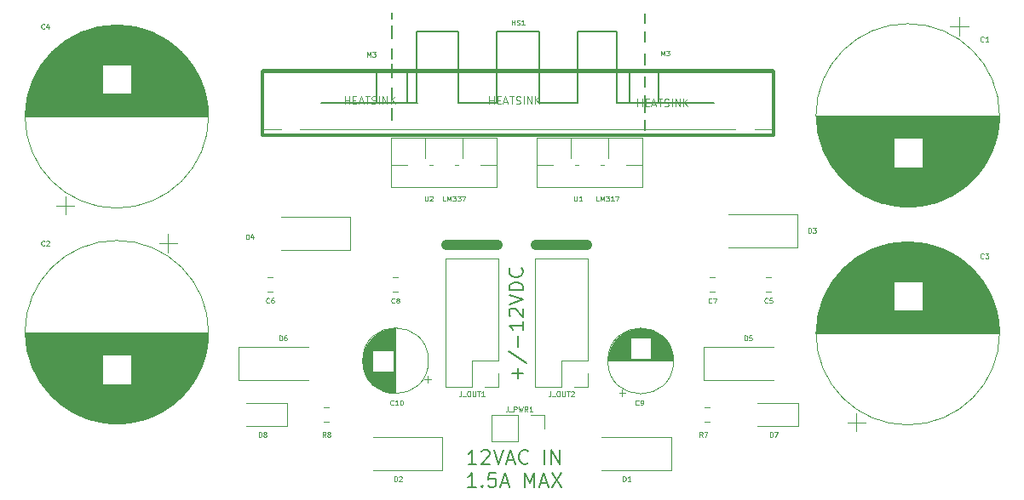
<source format=gbr>
G04 #@! TF.GenerationSoftware,KiCad,Pcbnew,(5.1.6-0-10_14)*
G04 #@! TF.CreationDate,2020-09-28T00:01:53+01:00*
G04 #@! TF.ProjectId,AdjustablePSU,41646a75-7374-4616-926c-655053552e6b,rev?*
G04 #@! TF.SameCoordinates,Original*
G04 #@! TF.FileFunction,Legend,Top*
G04 #@! TF.FilePolarity,Positive*
%FSLAX46Y46*%
G04 Gerber Fmt 4.6, Leading zero omitted, Abs format (unit mm)*
G04 Created by KiCad (PCBNEW (5.1.6-0-10_14)) date 2020-09-28 00:01:53*
%MOMM*%
%LPD*%
G01*
G04 APERTURE LIST*
%ADD10C,0.125000*%
%ADD11C,0.200000*%
%ADD12C,1.000000*%
%ADD13C,0.100000*%
%ADD14C,0.300000*%
%ADD15C,0.120000*%
%ADD16C,0.150000*%
G04 APERTURE END LIST*
D10*
X157904761Y-78331190D02*
X157666666Y-78331190D01*
X157666666Y-77831190D01*
X158071428Y-78331190D02*
X158071428Y-77831190D01*
X158238095Y-78188333D01*
X158404761Y-77831190D01*
X158404761Y-78331190D01*
X158595238Y-77831190D02*
X158904761Y-77831190D01*
X158738095Y-78021666D01*
X158809523Y-78021666D01*
X158857142Y-78045476D01*
X158880952Y-78069285D01*
X158904761Y-78116904D01*
X158904761Y-78235952D01*
X158880952Y-78283571D01*
X158857142Y-78307380D01*
X158809523Y-78331190D01*
X158666666Y-78331190D01*
X158619047Y-78307380D01*
X158595238Y-78283571D01*
X159380952Y-78331190D02*
X159095238Y-78331190D01*
X159238095Y-78331190D02*
X159238095Y-77831190D01*
X159190476Y-77902619D01*
X159142857Y-77950238D01*
X159095238Y-77974047D01*
X159547619Y-77831190D02*
X159880952Y-77831190D01*
X159666666Y-78331190D01*
X142664761Y-78331190D02*
X142426666Y-78331190D01*
X142426666Y-77831190D01*
X142831428Y-78331190D02*
X142831428Y-77831190D01*
X142998095Y-78188333D01*
X143164761Y-77831190D01*
X143164761Y-78331190D01*
X143355238Y-77831190D02*
X143664761Y-77831190D01*
X143498095Y-78021666D01*
X143569523Y-78021666D01*
X143617142Y-78045476D01*
X143640952Y-78069285D01*
X143664761Y-78116904D01*
X143664761Y-78235952D01*
X143640952Y-78283571D01*
X143617142Y-78307380D01*
X143569523Y-78331190D01*
X143426666Y-78331190D01*
X143379047Y-78307380D01*
X143355238Y-78283571D01*
X143831428Y-77831190D02*
X144140952Y-77831190D01*
X143974285Y-78021666D01*
X144045714Y-78021666D01*
X144093333Y-78045476D01*
X144117142Y-78069285D01*
X144140952Y-78116904D01*
X144140952Y-78235952D01*
X144117142Y-78283571D01*
X144093333Y-78307380D01*
X144045714Y-78331190D01*
X143902857Y-78331190D01*
X143855238Y-78307380D01*
X143831428Y-78283571D01*
X144307619Y-77831190D02*
X144640952Y-77831190D01*
X144426666Y-78331190D01*
D11*
X145712333Y-104512333D02*
X144912333Y-104512333D01*
X145312333Y-104512333D02*
X145312333Y-103112333D01*
X145179000Y-103312333D01*
X145045666Y-103445666D01*
X144912333Y-103512333D01*
X146245666Y-103245666D02*
X146312333Y-103179000D01*
X146445666Y-103112333D01*
X146779000Y-103112333D01*
X146912333Y-103179000D01*
X146979000Y-103245666D01*
X147045666Y-103379000D01*
X147045666Y-103512333D01*
X146979000Y-103712333D01*
X146179000Y-104512333D01*
X147045666Y-104512333D01*
X147445666Y-103112333D02*
X147912333Y-104512333D01*
X148379000Y-103112333D01*
X148779000Y-104112333D02*
X149445666Y-104112333D01*
X148645666Y-104512333D02*
X149112333Y-103112333D01*
X149579000Y-104512333D01*
X150845666Y-104379000D02*
X150779000Y-104445666D01*
X150579000Y-104512333D01*
X150445666Y-104512333D01*
X150245666Y-104445666D01*
X150112333Y-104312333D01*
X150045666Y-104179000D01*
X149979000Y-103912333D01*
X149979000Y-103712333D01*
X150045666Y-103445666D01*
X150112333Y-103312333D01*
X150245666Y-103179000D01*
X150445666Y-103112333D01*
X150579000Y-103112333D01*
X150779000Y-103179000D01*
X150845666Y-103245666D01*
X152512333Y-104512333D02*
X152512333Y-103112333D01*
X153179000Y-104512333D02*
X153179000Y-103112333D01*
X153979000Y-104512333D01*
X153979000Y-103112333D01*
X145679000Y-106812333D02*
X144879000Y-106812333D01*
X145279000Y-106812333D02*
X145279000Y-105412333D01*
X145145666Y-105612333D01*
X145012333Y-105745666D01*
X144879000Y-105812333D01*
X146279000Y-106679000D02*
X146345666Y-106745666D01*
X146279000Y-106812333D01*
X146212333Y-106745666D01*
X146279000Y-106679000D01*
X146279000Y-106812333D01*
X147612333Y-105412333D02*
X146945666Y-105412333D01*
X146879000Y-106079000D01*
X146945666Y-106012333D01*
X147079000Y-105945666D01*
X147412333Y-105945666D01*
X147545666Y-106012333D01*
X147612333Y-106079000D01*
X147679000Y-106212333D01*
X147679000Y-106545666D01*
X147612333Y-106679000D01*
X147545666Y-106745666D01*
X147412333Y-106812333D01*
X147079000Y-106812333D01*
X146945666Y-106745666D01*
X146879000Y-106679000D01*
X148212333Y-106412333D02*
X148879000Y-106412333D01*
X148079000Y-106812333D02*
X148545666Y-105412333D01*
X149012333Y-106812333D01*
X150545666Y-106812333D02*
X150545666Y-105412333D01*
X151012333Y-106412333D01*
X151479000Y-105412333D01*
X151479000Y-106812333D01*
X152079000Y-106412333D02*
X152745666Y-106412333D01*
X151945666Y-106812333D02*
X152412333Y-105412333D01*
X152879000Y-106812333D01*
X153212333Y-105412333D02*
X154145666Y-106812333D01*
X154145666Y-105412333D02*
X153212333Y-106812333D01*
X149833000Y-96017666D02*
X149833000Y-94951000D01*
X150366333Y-95484333D02*
X149299666Y-95484333D01*
X148899666Y-93284333D02*
X150699666Y-94484333D01*
X149833000Y-92817666D02*
X149833000Y-91751000D01*
X150366333Y-90351000D02*
X150366333Y-91151000D01*
X150366333Y-90751000D02*
X148966333Y-90751000D01*
X149166333Y-90884333D01*
X149299666Y-91017666D01*
X149366333Y-91151000D01*
X149099666Y-89817666D02*
X149033000Y-89751000D01*
X148966333Y-89617666D01*
X148966333Y-89284333D01*
X149033000Y-89151000D01*
X149099666Y-89084333D01*
X149233000Y-89017666D01*
X149366333Y-89017666D01*
X149566333Y-89084333D01*
X150366333Y-89884333D01*
X150366333Y-89017666D01*
X148966333Y-88617666D02*
X150366333Y-88151000D01*
X148966333Y-87684333D01*
X150366333Y-87217666D02*
X148966333Y-87217666D01*
X148966333Y-86884333D01*
X149033000Y-86684333D01*
X149166333Y-86551000D01*
X149299666Y-86484333D01*
X149566333Y-86417666D01*
X149766333Y-86417666D01*
X150033000Y-86484333D01*
X150166333Y-86551000D01*
X150299666Y-86684333D01*
X150366333Y-86884333D01*
X150366333Y-87217666D01*
X150233000Y-85017666D02*
X150299666Y-85084333D01*
X150366333Y-85284333D01*
X150366333Y-85417666D01*
X150299666Y-85617666D01*
X150166333Y-85751000D01*
X150033000Y-85817666D01*
X149766333Y-85884333D01*
X149566333Y-85884333D01*
X149299666Y-85817666D01*
X149166333Y-85751000D01*
X149033000Y-85617666D01*
X148966333Y-85417666D01*
X148966333Y-85284333D01*
X149033000Y-85084333D01*
X149099666Y-85017666D01*
D12*
X142748000Y-82677000D02*
X147828000Y-82677000D01*
D13*
X161746714Y-68919285D02*
X161746714Y-68169285D01*
X161746714Y-68526428D02*
X162175285Y-68526428D01*
X162175285Y-68919285D02*
X162175285Y-68169285D01*
X162532428Y-68526428D02*
X162782428Y-68526428D01*
X162889571Y-68919285D02*
X162532428Y-68919285D01*
X162532428Y-68169285D01*
X162889571Y-68169285D01*
X163175285Y-68705000D02*
X163532428Y-68705000D01*
X163103857Y-68919285D02*
X163353857Y-68169285D01*
X163603857Y-68919285D01*
X163746714Y-68169285D02*
X164175285Y-68169285D01*
X163961000Y-68919285D02*
X163961000Y-68169285D01*
X164389571Y-68883571D02*
X164496714Y-68919285D01*
X164675285Y-68919285D01*
X164746714Y-68883571D01*
X164782428Y-68847857D01*
X164818142Y-68776428D01*
X164818142Y-68705000D01*
X164782428Y-68633571D01*
X164746714Y-68597857D01*
X164675285Y-68562142D01*
X164532428Y-68526428D01*
X164461000Y-68490714D01*
X164425285Y-68455000D01*
X164389571Y-68383571D01*
X164389571Y-68312142D01*
X164425285Y-68240714D01*
X164461000Y-68205000D01*
X164532428Y-68169285D01*
X164711000Y-68169285D01*
X164818142Y-68205000D01*
X165139571Y-68919285D02*
X165139571Y-68169285D01*
X165496714Y-68919285D02*
X165496714Y-68169285D01*
X165925285Y-68919285D01*
X165925285Y-68169285D01*
X166282428Y-68919285D02*
X166282428Y-68169285D01*
X166711000Y-68919285D02*
X166389571Y-68490714D01*
X166711000Y-68169285D02*
X166282428Y-68597857D01*
D14*
X175260000Y-65405000D02*
X175260000Y-71755000D01*
X124460000Y-65405000D02*
X124460000Y-71755000D01*
X175260000Y-65405000D02*
X124460000Y-65405000D01*
X175260000Y-71755000D02*
X124460000Y-71755000D01*
D12*
X151638000Y-82677000D02*
X156718000Y-82677000D01*
D13*
X147014714Y-68665285D02*
X147014714Y-67915285D01*
X147014714Y-68272428D02*
X147443285Y-68272428D01*
X147443285Y-68665285D02*
X147443285Y-67915285D01*
X147800428Y-68272428D02*
X148050428Y-68272428D01*
X148157571Y-68665285D02*
X147800428Y-68665285D01*
X147800428Y-67915285D01*
X148157571Y-67915285D01*
X148443285Y-68451000D02*
X148800428Y-68451000D01*
X148371857Y-68665285D02*
X148621857Y-67915285D01*
X148871857Y-68665285D01*
X149014714Y-67915285D02*
X149443285Y-67915285D01*
X149229000Y-68665285D02*
X149229000Y-67915285D01*
X149657571Y-68629571D02*
X149764714Y-68665285D01*
X149943285Y-68665285D01*
X150014714Y-68629571D01*
X150050428Y-68593857D01*
X150086142Y-68522428D01*
X150086142Y-68451000D01*
X150050428Y-68379571D01*
X150014714Y-68343857D01*
X149943285Y-68308142D01*
X149800428Y-68272428D01*
X149729000Y-68236714D01*
X149693285Y-68201000D01*
X149657571Y-68129571D01*
X149657571Y-68058142D01*
X149693285Y-67986714D01*
X149729000Y-67951000D01*
X149800428Y-67915285D01*
X149979000Y-67915285D01*
X150086142Y-67951000D01*
X150407571Y-68665285D02*
X150407571Y-67915285D01*
X150764714Y-68665285D02*
X150764714Y-67915285D01*
X151193285Y-68665285D01*
X151193285Y-67915285D01*
X151550428Y-68665285D02*
X151550428Y-67915285D01*
X151979000Y-68665285D02*
X151657571Y-68236714D01*
X151979000Y-67915285D02*
X151550428Y-68343857D01*
X132663714Y-68665285D02*
X132663714Y-67915285D01*
X132663714Y-68272428D02*
X133092285Y-68272428D01*
X133092285Y-68665285D02*
X133092285Y-67915285D01*
X133449428Y-68272428D02*
X133699428Y-68272428D01*
X133806571Y-68665285D02*
X133449428Y-68665285D01*
X133449428Y-67915285D01*
X133806571Y-67915285D01*
X134092285Y-68451000D02*
X134449428Y-68451000D01*
X134020857Y-68665285D02*
X134270857Y-67915285D01*
X134520857Y-68665285D01*
X134663714Y-67915285D02*
X135092285Y-67915285D01*
X134878000Y-68665285D02*
X134878000Y-67915285D01*
X135306571Y-68629571D02*
X135413714Y-68665285D01*
X135592285Y-68665285D01*
X135663714Y-68629571D01*
X135699428Y-68593857D01*
X135735142Y-68522428D01*
X135735142Y-68451000D01*
X135699428Y-68379571D01*
X135663714Y-68343857D01*
X135592285Y-68308142D01*
X135449428Y-68272428D01*
X135378000Y-68236714D01*
X135342285Y-68201000D01*
X135306571Y-68129571D01*
X135306571Y-68058142D01*
X135342285Y-67986714D01*
X135378000Y-67951000D01*
X135449428Y-67915285D01*
X135628000Y-67915285D01*
X135735142Y-67951000D01*
X136056571Y-68665285D02*
X136056571Y-67915285D01*
X136413714Y-68665285D02*
X136413714Y-67915285D01*
X136842285Y-68665285D01*
X136842285Y-67915285D01*
X137199428Y-68665285D02*
X137199428Y-67915285D01*
X137628000Y-68665285D02*
X137306571Y-68236714D01*
X137628000Y-67915285D02*
X137199428Y-68343857D01*
D15*
X119102000Y-69910000D02*
G75*
G03*
X119102000Y-69910000I-9120000J0D01*
G01*
X100901000Y-69910000D02*
X119063000Y-69910000D01*
X100902000Y-69870000D02*
X119062000Y-69870000D01*
X100902000Y-69830000D02*
X119062000Y-69830000D01*
X100902000Y-69790000D02*
X119062000Y-69790000D01*
X100903000Y-69750000D02*
X119061000Y-69750000D01*
X100904000Y-69710000D02*
X119060000Y-69710000D01*
X100905000Y-69670000D02*
X119059000Y-69670000D01*
X100906000Y-69630000D02*
X119058000Y-69630000D01*
X100907000Y-69590000D02*
X119057000Y-69590000D01*
X100909000Y-69550000D02*
X119055000Y-69550000D01*
X100910000Y-69510000D02*
X119054000Y-69510000D01*
X100912000Y-69470000D02*
X119052000Y-69470000D01*
X100914000Y-69430000D02*
X119050000Y-69430000D01*
X100916000Y-69390000D02*
X119048000Y-69390000D01*
X100919000Y-69350000D02*
X119045000Y-69350000D01*
X100921000Y-69310000D02*
X119043000Y-69310000D01*
X100924000Y-69270000D02*
X119040000Y-69270000D01*
X100927000Y-69230000D02*
X119037000Y-69230000D01*
X100930000Y-69189000D02*
X119034000Y-69189000D01*
X100933000Y-69149000D02*
X119031000Y-69149000D01*
X100937000Y-69109000D02*
X119027000Y-69109000D01*
X100940000Y-69069000D02*
X119024000Y-69069000D01*
X100944000Y-69029000D02*
X119020000Y-69029000D01*
X100948000Y-68989000D02*
X119016000Y-68989000D01*
X100952000Y-68949000D02*
X119012000Y-68949000D01*
X100956000Y-68909000D02*
X119008000Y-68909000D01*
X100961000Y-68869000D02*
X119003000Y-68869000D01*
X100966000Y-68829000D02*
X118998000Y-68829000D01*
X100971000Y-68789000D02*
X118993000Y-68789000D01*
X100976000Y-68749000D02*
X118988000Y-68749000D01*
X100981000Y-68709000D02*
X118983000Y-68709000D01*
X100986000Y-68669000D02*
X118978000Y-68669000D01*
X100992000Y-68629000D02*
X118972000Y-68629000D01*
X100998000Y-68589000D02*
X118966000Y-68589000D01*
X101003000Y-68549000D02*
X118961000Y-68549000D01*
X101010000Y-68509000D02*
X118954000Y-68509000D01*
X101016000Y-68469000D02*
X118948000Y-68469000D01*
X101022000Y-68429000D02*
X118942000Y-68429000D01*
X101029000Y-68389000D02*
X118935000Y-68389000D01*
X101036000Y-68349000D02*
X118928000Y-68349000D01*
X101043000Y-68309000D02*
X118921000Y-68309000D01*
X101050000Y-68269000D02*
X118914000Y-68269000D01*
X101058000Y-68229000D02*
X118906000Y-68229000D01*
X101065000Y-68189000D02*
X118899000Y-68189000D01*
X101073000Y-68149000D02*
X118891000Y-68149000D01*
X101081000Y-68109000D02*
X118883000Y-68109000D01*
X101089000Y-68069000D02*
X118875000Y-68069000D01*
X101097000Y-68029000D02*
X118867000Y-68029000D01*
X101106000Y-67989000D02*
X118858000Y-67989000D01*
X101115000Y-67949000D02*
X118849000Y-67949000D01*
X101124000Y-67909000D02*
X118840000Y-67909000D01*
X101133000Y-67869000D02*
X118831000Y-67869000D01*
X101142000Y-67829000D02*
X118822000Y-67829000D01*
X101151000Y-67789000D02*
X118813000Y-67789000D01*
X101161000Y-67749000D02*
X118803000Y-67749000D01*
X101171000Y-67709000D02*
X118793000Y-67709000D01*
X101181000Y-67669000D02*
X118783000Y-67669000D01*
X101191000Y-67629000D02*
X118773000Y-67629000D01*
X101202000Y-67589000D02*
X108542000Y-67589000D01*
X111422000Y-67589000D02*
X118762000Y-67589000D01*
X101212000Y-67549000D02*
X108542000Y-67549000D01*
X111422000Y-67549000D02*
X118752000Y-67549000D01*
X101223000Y-67509000D02*
X108542000Y-67509000D01*
X111422000Y-67509000D02*
X118741000Y-67509000D01*
X101234000Y-67469000D02*
X108542000Y-67469000D01*
X111422000Y-67469000D02*
X118730000Y-67469000D01*
X101245000Y-67429000D02*
X108542000Y-67429000D01*
X111422000Y-67429000D02*
X118719000Y-67429000D01*
X101257000Y-67389000D02*
X108542000Y-67389000D01*
X111422000Y-67389000D02*
X118707000Y-67389000D01*
X101268000Y-67349000D02*
X108542000Y-67349000D01*
X111422000Y-67349000D02*
X118696000Y-67349000D01*
X101280000Y-67309000D02*
X108542000Y-67309000D01*
X111422000Y-67309000D02*
X118684000Y-67309000D01*
X101292000Y-67269000D02*
X108542000Y-67269000D01*
X111422000Y-67269000D02*
X118672000Y-67269000D01*
X101304000Y-67229000D02*
X108542000Y-67229000D01*
X111422000Y-67229000D02*
X118660000Y-67229000D01*
X101317000Y-67189000D02*
X108542000Y-67189000D01*
X111422000Y-67189000D02*
X118647000Y-67189000D01*
X101329000Y-67149000D02*
X108542000Y-67149000D01*
X111422000Y-67149000D02*
X118635000Y-67149000D01*
X101342000Y-67109000D02*
X108542000Y-67109000D01*
X111422000Y-67109000D02*
X118622000Y-67109000D01*
X101355000Y-67069000D02*
X108542000Y-67069000D01*
X111422000Y-67069000D02*
X118609000Y-67069000D01*
X101368000Y-67029000D02*
X108542000Y-67029000D01*
X111422000Y-67029000D02*
X118596000Y-67029000D01*
X101382000Y-66989000D02*
X108542000Y-66989000D01*
X111422000Y-66989000D02*
X118582000Y-66989000D01*
X101395000Y-66949000D02*
X108542000Y-66949000D01*
X111422000Y-66949000D02*
X118569000Y-66949000D01*
X101409000Y-66909000D02*
X108542000Y-66909000D01*
X111422000Y-66909000D02*
X118555000Y-66909000D01*
X101423000Y-66869000D02*
X108542000Y-66869000D01*
X111422000Y-66869000D02*
X118541000Y-66869000D01*
X101437000Y-66829000D02*
X108542000Y-66829000D01*
X111422000Y-66829000D02*
X118527000Y-66829000D01*
X101452000Y-66789000D02*
X108542000Y-66789000D01*
X111422000Y-66789000D02*
X118512000Y-66789000D01*
X101466000Y-66749000D02*
X108542000Y-66749000D01*
X111422000Y-66749000D02*
X118498000Y-66749000D01*
X101481000Y-66709000D02*
X108542000Y-66709000D01*
X111422000Y-66709000D02*
X118483000Y-66709000D01*
X101496000Y-66669000D02*
X108542000Y-66669000D01*
X111422000Y-66669000D02*
X118468000Y-66669000D01*
X101512000Y-66629000D02*
X108542000Y-66629000D01*
X111422000Y-66629000D02*
X118452000Y-66629000D01*
X101527000Y-66589000D02*
X108542000Y-66589000D01*
X111422000Y-66589000D02*
X118437000Y-66589000D01*
X101543000Y-66549000D02*
X108542000Y-66549000D01*
X111422000Y-66549000D02*
X118421000Y-66549000D01*
X101559000Y-66509000D02*
X108542000Y-66509000D01*
X111422000Y-66509000D02*
X118405000Y-66509000D01*
X101575000Y-66469000D02*
X108542000Y-66469000D01*
X111422000Y-66469000D02*
X118389000Y-66469000D01*
X101592000Y-66429000D02*
X108542000Y-66429000D01*
X111422000Y-66429000D02*
X118372000Y-66429000D01*
X101608000Y-66389000D02*
X108542000Y-66389000D01*
X111422000Y-66389000D02*
X118356000Y-66389000D01*
X101625000Y-66349000D02*
X108542000Y-66349000D01*
X111422000Y-66349000D02*
X118339000Y-66349000D01*
X101642000Y-66309000D02*
X108542000Y-66309000D01*
X111422000Y-66309000D02*
X118322000Y-66309000D01*
X101659000Y-66269000D02*
X108542000Y-66269000D01*
X111422000Y-66269000D02*
X118305000Y-66269000D01*
X101677000Y-66229000D02*
X108542000Y-66229000D01*
X111422000Y-66229000D02*
X118287000Y-66229000D01*
X101695000Y-66189000D02*
X108542000Y-66189000D01*
X111422000Y-66189000D02*
X118269000Y-66189000D01*
X101713000Y-66149000D02*
X108542000Y-66149000D01*
X111422000Y-66149000D02*
X118251000Y-66149000D01*
X101731000Y-66109000D02*
X108542000Y-66109000D01*
X111422000Y-66109000D02*
X118233000Y-66109000D01*
X101749000Y-66069000D02*
X108542000Y-66069000D01*
X111422000Y-66069000D02*
X118215000Y-66069000D01*
X101768000Y-66029000D02*
X108542000Y-66029000D01*
X111422000Y-66029000D02*
X118196000Y-66029000D01*
X101787000Y-65989000D02*
X108542000Y-65989000D01*
X111422000Y-65989000D02*
X118177000Y-65989000D01*
X101806000Y-65949000D02*
X108542000Y-65949000D01*
X111422000Y-65949000D02*
X118158000Y-65949000D01*
X101826000Y-65909000D02*
X108542000Y-65909000D01*
X111422000Y-65909000D02*
X118138000Y-65909000D01*
X101845000Y-65869000D02*
X108542000Y-65869000D01*
X111422000Y-65869000D02*
X118119000Y-65869000D01*
X101865000Y-65829000D02*
X108542000Y-65829000D01*
X111422000Y-65829000D02*
X118099000Y-65829000D01*
X101885000Y-65789000D02*
X108542000Y-65789000D01*
X111422000Y-65789000D02*
X118079000Y-65789000D01*
X101906000Y-65749000D02*
X108542000Y-65749000D01*
X111422000Y-65749000D02*
X118058000Y-65749000D01*
X101926000Y-65709000D02*
X108542000Y-65709000D01*
X111422000Y-65709000D02*
X118038000Y-65709000D01*
X101947000Y-65669000D02*
X108542000Y-65669000D01*
X111422000Y-65669000D02*
X118017000Y-65669000D01*
X101968000Y-65629000D02*
X108542000Y-65629000D01*
X111422000Y-65629000D02*
X117996000Y-65629000D01*
X101990000Y-65589000D02*
X108542000Y-65589000D01*
X111422000Y-65589000D02*
X117974000Y-65589000D01*
X102011000Y-65549000D02*
X108542000Y-65549000D01*
X111422000Y-65549000D02*
X117953000Y-65549000D01*
X102033000Y-65509000D02*
X108542000Y-65509000D01*
X111422000Y-65509000D02*
X117931000Y-65509000D01*
X102055000Y-65469000D02*
X108542000Y-65469000D01*
X111422000Y-65469000D02*
X117909000Y-65469000D01*
X102078000Y-65429000D02*
X108542000Y-65429000D01*
X111422000Y-65429000D02*
X117886000Y-65429000D01*
X102100000Y-65389000D02*
X108542000Y-65389000D01*
X111422000Y-65389000D02*
X117864000Y-65389000D01*
X102123000Y-65349000D02*
X108542000Y-65349000D01*
X111422000Y-65349000D02*
X117841000Y-65349000D01*
X102147000Y-65309000D02*
X108542000Y-65309000D01*
X111422000Y-65309000D02*
X117817000Y-65309000D01*
X102170000Y-65269000D02*
X108542000Y-65269000D01*
X111422000Y-65269000D02*
X117794000Y-65269000D01*
X102194000Y-65229000D02*
X108542000Y-65229000D01*
X111422000Y-65229000D02*
X117770000Y-65229000D01*
X102218000Y-65189000D02*
X108542000Y-65189000D01*
X111422000Y-65189000D02*
X117746000Y-65189000D01*
X102242000Y-65149000D02*
X108542000Y-65149000D01*
X111422000Y-65149000D02*
X117722000Y-65149000D01*
X102267000Y-65109000D02*
X108542000Y-65109000D01*
X111422000Y-65109000D02*
X117697000Y-65109000D01*
X102292000Y-65069000D02*
X108542000Y-65069000D01*
X111422000Y-65069000D02*
X117672000Y-65069000D01*
X102317000Y-65029000D02*
X108542000Y-65029000D01*
X111422000Y-65029000D02*
X117647000Y-65029000D01*
X102342000Y-64989000D02*
X108542000Y-64989000D01*
X111422000Y-64989000D02*
X117622000Y-64989000D01*
X102368000Y-64949000D02*
X108542000Y-64949000D01*
X111422000Y-64949000D02*
X117596000Y-64949000D01*
X102394000Y-64909000D02*
X108542000Y-64909000D01*
X111422000Y-64909000D02*
X117570000Y-64909000D01*
X102421000Y-64869000D02*
X108542000Y-64869000D01*
X111422000Y-64869000D02*
X117543000Y-64869000D01*
X102447000Y-64829000D02*
X108542000Y-64829000D01*
X111422000Y-64829000D02*
X117517000Y-64829000D01*
X102474000Y-64789000D02*
X108542000Y-64789000D01*
X111422000Y-64789000D02*
X117490000Y-64789000D01*
X102502000Y-64749000D02*
X108542000Y-64749000D01*
X111422000Y-64749000D02*
X117462000Y-64749000D01*
X102529000Y-64709000D02*
X117435000Y-64709000D01*
X102557000Y-64669000D02*
X117407000Y-64669000D01*
X102585000Y-64629000D02*
X117379000Y-64629000D01*
X102614000Y-64589000D02*
X117350000Y-64589000D01*
X102643000Y-64549000D02*
X117321000Y-64549000D01*
X102672000Y-64509000D02*
X117292000Y-64509000D01*
X102702000Y-64469000D02*
X117262000Y-64469000D01*
X102732000Y-64429000D02*
X117232000Y-64429000D01*
X102762000Y-64389000D02*
X117202000Y-64389000D01*
X102792000Y-64349000D02*
X117172000Y-64349000D01*
X102823000Y-64309000D02*
X117141000Y-64309000D01*
X102855000Y-64269000D02*
X117109000Y-64269000D01*
X102886000Y-64229000D02*
X117078000Y-64229000D01*
X102918000Y-64189000D02*
X117046000Y-64189000D01*
X102951000Y-64149000D02*
X117013000Y-64149000D01*
X102983000Y-64109000D02*
X116981000Y-64109000D01*
X103017000Y-64069000D02*
X116947000Y-64069000D01*
X103050000Y-64029000D02*
X116914000Y-64029000D01*
X103084000Y-63989000D02*
X116880000Y-63989000D01*
X103118000Y-63949000D02*
X116846000Y-63949000D01*
X103153000Y-63909000D02*
X116811000Y-63909000D01*
X103188000Y-63869000D02*
X116776000Y-63869000D01*
X103224000Y-63829000D02*
X116740000Y-63829000D01*
X103260000Y-63789000D02*
X116704000Y-63789000D01*
X103296000Y-63749000D02*
X116668000Y-63749000D01*
X103333000Y-63709000D02*
X116631000Y-63709000D01*
X103370000Y-63669000D02*
X116594000Y-63669000D01*
X103408000Y-63629000D02*
X116556000Y-63629000D01*
X103446000Y-63589000D02*
X116518000Y-63589000D01*
X103485000Y-63549000D02*
X116479000Y-63549000D01*
X103524000Y-63509000D02*
X116440000Y-63509000D01*
X103564000Y-63469000D02*
X116400000Y-63469000D01*
X103604000Y-63429000D02*
X116360000Y-63429000D01*
X103645000Y-63389000D02*
X116319000Y-63389000D01*
X103686000Y-63349000D02*
X116278000Y-63349000D01*
X103728000Y-63309000D02*
X116236000Y-63309000D01*
X103770000Y-63269000D02*
X116194000Y-63269000D01*
X103812000Y-63229000D02*
X116152000Y-63229000D01*
X103856000Y-63189000D02*
X116108000Y-63189000D01*
X103900000Y-63149000D02*
X116064000Y-63149000D01*
X103944000Y-63109000D02*
X116020000Y-63109000D01*
X103989000Y-63069000D02*
X115975000Y-63069000D01*
X104035000Y-63029000D02*
X115929000Y-63029000D01*
X104081000Y-62989000D02*
X115883000Y-62989000D01*
X104128000Y-62949000D02*
X115836000Y-62949000D01*
X104176000Y-62909000D02*
X115788000Y-62909000D01*
X104224000Y-62869000D02*
X115740000Y-62869000D01*
X104273000Y-62829000D02*
X115691000Y-62829000D01*
X104322000Y-62789000D02*
X115642000Y-62789000D01*
X104373000Y-62749000D02*
X115591000Y-62749000D01*
X104424000Y-62709000D02*
X115540000Y-62709000D01*
X104476000Y-62669000D02*
X115488000Y-62669000D01*
X104528000Y-62629000D02*
X115436000Y-62629000D01*
X104582000Y-62589000D02*
X115382000Y-62589000D01*
X104636000Y-62549000D02*
X115328000Y-62549000D01*
X104691000Y-62509000D02*
X115273000Y-62509000D01*
X104747000Y-62469000D02*
X115217000Y-62469000D01*
X104804000Y-62429000D02*
X115160000Y-62429000D01*
X104862000Y-62389000D02*
X115102000Y-62389000D01*
X104920000Y-62349000D02*
X115044000Y-62349000D01*
X104980000Y-62309000D02*
X114984000Y-62309000D01*
X105041000Y-62269000D02*
X114923000Y-62269000D01*
X105103000Y-62229000D02*
X114861000Y-62229000D01*
X105166000Y-62189000D02*
X114798000Y-62189000D01*
X105230000Y-62149000D02*
X114734000Y-62149000D01*
X105296000Y-62109000D02*
X114668000Y-62109000D01*
X105362000Y-62069000D02*
X114602000Y-62069000D01*
X105430000Y-62029000D02*
X114534000Y-62029000D01*
X105500000Y-61989000D02*
X114464000Y-61989000D01*
X105570000Y-61949000D02*
X114394000Y-61949000D01*
X105643000Y-61909000D02*
X114321000Y-61909000D01*
X105717000Y-61869000D02*
X114247000Y-61869000D01*
X105792000Y-61829000D02*
X114172000Y-61829000D01*
X105869000Y-61789000D02*
X114095000Y-61789000D01*
X105949000Y-61749000D02*
X114015000Y-61749000D01*
X106030000Y-61710000D02*
X113934000Y-61710000D01*
X106113000Y-61670000D02*
X113851000Y-61670000D01*
X106198000Y-61630000D02*
X113766000Y-61630000D01*
X106286000Y-61590000D02*
X113678000Y-61590000D01*
X106377000Y-61550000D02*
X113587000Y-61550000D01*
X106470000Y-61510000D02*
X113494000Y-61510000D01*
X106566000Y-61470000D02*
X113398000Y-61470000D01*
X106665000Y-61430000D02*
X113299000Y-61430000D01*
X106768000Y-61390000D02*
X113196000Y-61390000D01*
X106875000Y-61350000D02*
X113089000Y-61350000D01*
X106986000Y-61310000D02*
X112978000Y-61310000D01*
X107102000Y-61270000D02*
X112862000Y-61270000D01*
X107223000Y-61230000D02*
X112741000Y-61230000D01*
X107350000Y-61190000D02*
X112614000Y-61190000D01*
X107484000Y-61150000D02*
X112480000Y-61150000D01*
X107627000Y-61110000D02*
X112337000Y-61110000D01*
X107779000Y-61070000D02*
X112185000Y-61070000D01*
X107943000Y-61030000D02*
X112021000Y-61030000D01*
X108122000Y-60990000D02*
X111842000Y-60990000D01*
X108321000Y-60950000D02*
X111643000Y-60950000D01*
X108547000Y-60910000D02*
X111417000Y-60910000D01*
X108816000Y-60870000D02*
X111148000Y-60870000D01*
X109168000Y-60830000D02*
X110796000Y-60830000D01*
X109942000Y-60790000D02*
X110022000Y-60790000D01*
X104867000Y-79669440D02*
X104867000Y-77869440D01*
X103967000Y-78769440D02*
X105767000Y-78769440D01*
D16*
X124460000Y-65230000D02*
X124460000Y-71180000D01*
X175260000Y-65230000D02*
X124460000Y-65230000D01*
X175260000Y-71180000D02*
X175260000Y-65230000D01*
X163810000Y-65230000D02*
X163810000Y-68580000D01*
X162433000Y-59690000D02*
X162433000Y-60579000D01*
X162433000Y-61468000D02*
X162433000Y-62484000D01*
X162433000Y-63627000D02*
X162433000Y-64770000D01*
X162433000Y-65913000D02*
X162433000Y-66929000D01*
X162433000Y-67818000D02*
X162433000Y-69469000D01*
X162433000Y-70231000D02*
X162433000Y-71247000D01*
X137287000Y-59563000D02*
X137287000Y-60198000D01*
X137287000Y-60833000D02*
X137287000Y-62103000D01*
X137287000Y-63119000D02*
X137287000Y-64135000D01*
X137287000Y-64643000D02*
X137287000Y-66040000D01*
X137287000Y-67056000D02*
X137287000Y-68199000D01*
X137287000Y-69088000D02*
X137287000Y-70231000D01*
X160910000Y-65230000D02*
X160910000Y-68580000D01*
X151960000Y-61480000D02*
X151960000Y-68580000D01*
X155760000Y-61480000D02*
X155760000Y-68580000D01*
X159710000Y-61480000D02*
X159710000Y-68580000D01*
X159710000Y-61480000D02*
X155760000Y-61480000D01*
X147760000Y-61480000D02*
X147760000Y-68580000D01*
X143960000Y-61480000D02*
X143960000Y-68580000D01*
X139760000Y-61480000D02*
X139760000Y-68580000D01*
X135760000Y-65230000D02*
X135763000Y-68580000D01*
X138810000Y-65230000D02*
X138811000Y-68580000D01*
X151960000Y-61480000D02*
X147760000Y-61480000D01*
X143960000Y-61480000D02*
X139760000Y-61480000D01*
X163830000Y-68580000D02*
X169291000Y-68580000D01*
X163830000Y-68580000D02*
X159766000Y-68580000D01*
X155760000Y-68580000D02*
X151960000Y-68580000D01*
X147760000Y-68580000D02*
X143960000Y-68580000D01*
X139827000Y-68580000D02*
X130302000Y-68580000D01*
D15*
X175260000Y-71180000D02*
X173410000Y-71180000D01*
X124460000Y-71180000D02*
X126310000Y-71180000D01*
X128210000Y-71180000D02*
X171460000Y-71180000D01*
X147888000Y-96834000D02*
X146558000Y-96834000D01*
X147888000Y-95504000D02*
X147888000Y-96834000D01*
X145288000Y-96834000D02*
X142688000Y-96834000D01*
X145288000Y-94234000D02*
X145288000Y-96834000D01*
X147888000Y-94234000D02*
X145288000Y-94234000D01*
X142688000Y-96834000D02*
X142688000Y-84014000D01*
X147888000Y-94234000D02*
X147888000Y-84014000D01*
X147888000Y-84014000D02*
X142688000Y-84014000D01*
X156778000Y-96834000D02*
X155448000Y-96834000D01*
X156778000Y-95504000D02*
X156778000Y-96834000D01*
X154178000Y-96834000D02*
X151578000Y-96834000D01*
X154178000Y-94234000D02*
X154178000Y-96834000D01*
X156778000Y-94234000D02*
X154178000Y-94234000D01*
X151578000Y-96834000D02*
X151578000Y-84014000D01*
X156778000Y-94234000D02*
X156778000Y-84014000D01*
X156778000Y-84014000D02*
X151578000Y-84014000D01*
X152460000Y-99635000D02*
X152460000Y-100965000D01*
X151130000Y-99635000D02*
X152460000Y-99635000D01*
X149860000Y-99635000D02*
X149860000Y-102295000D01*
X149860000Y-102295000D02*
X147260000Y-102295000D01*
X149860000Y-99635000D02*
X147260000Y-99635000D01*
X147260000Y-99635000D02*
X147260000Y-102295000D01*
X197715000Y-69790000D02*
G75*
G03*
X197715000Y-69790000I-9120000J0D01*
G01*
X197676000Y-69790000D02*
X179514000Y-69790000D01*
X197675000Y-69830000D02*
X179515000Y-69830000D01*
X197675000Y-69870000D02*
X179515000Y-69870000D01*
X197675000Y-69910000D02*
X179515000Y-69910000D01*
X197674000Y-69950000D02*
X179516000Y-69950000D01*
X197673000Y-69990000D02*
X179517000Y-69990000D01*
X197672000Y-70030000D02*
X179518000Y-70030000D01*
X197671000Y-70070000D02*
X179519000Y-70070000D01*
X197670000Y-70110000D02*
X179520000Y-70110000D01*
X197668000Y-70150000D02*
X179522000Y-70150000D01*
X197667000Y-70190000D02*
X179523000Y-70190000D01*
X197665000Y-70230000D02*
X179525000Y-70230000D01*
X197663000Y-70270000D02*
X179527000Y-70270000D01*
X197661000Y-70310000D02*
X179529000Y-70310000D01*
X197658000Y-70350000D02*
X179532000Y-70350000D01*
X197656000Y-70390000D02*
X179534000Y-70390000D01*
X197653000Y-70430000D02*
X179537000Y-70430000D01*
X197650000Y-70470000D02*
X179540000Y-70470000D01*
X197647000Y-70511000D02*
X179543000Y-70511000D01*
X197644000Y-70551000D02*
X179546000Y-70551000D01*
X197640000Y-70591000D02*
X179550000Y-70591000D01*
X197637000Y-70631000D02*
X179553000Y-70631000D01*
X197633000Y-70671000D02*
X179557000Y-70671000D01*
X197629000Y-70711000D02*
X179561000Y-70711000D01*
X197625000Y-70751000D02*
X179565000Y-70751000D01*
X197621000Y-70791000D02*
X179569000Y-70791000D01*
X197616000Y-70831000D02*
X179574000Y-70831000D01*
X197611000Y-70871000D02*
X179579000Y-70871000D01*
X197606000Y-70911000D02*
X179584000Y-70911000D01*
X197601000Y-70951000D02*
X179589000Y-70951000D01*
X197596000Y-70991000D02*
X179594000Y-70991000D01*
X197591000Y-71031000D02*
X179599000Y-71031000D01*
X197585000Y-71071000D02*
X179605000Y-71071000D01*
X197579000Y-71111000D02*
X179611000Y-71111000D01*
X197574000Y-71151000D02*
X179616000Y-71151000D01*
X197567000Y-71191000D02*
X179623000Y-71191000D01*
X197561000Y-71231000D02*
X179629000Y-71231000D01*
X197555000Y-71271000D02*
X179635000Y-71271000D01*
X197548000Y-71311000D02*
X179642000Y-71311000D01*
X197541000Y-71351000D02*
X179649000Y-71351000D01*
X197534000Y-71391000D02*
X179656000Y-71391000D01*
X197527000Y-71431000D02*
X179663000Y-71431000D01*
X197519000Y-71471000D02*
X179671000Y-71471000D01*
X197512000Y-71511000D02*
X179678000Y-71511000D01*
X197504000Y-71551000D02*
X179686000Y-71551000D01*
X197496000Y-71591000D02*
X179694000Y-71591000D01*
X197488000Y-71631000D02*
X179702000Y-71631000D01*
X197480000Y-71671000D02*
X179710000Y-71671000D01*
X197471000Y-71711000D02*
X179719000Y-71711000D01*
X197462000Y-71751000D02*
X179728000Y-71751000D01*
X197453000Y-71791000D02*
X179737000Y-71791000D01*
X197444000Y-71831000D02*
X179746000Y-71831000D01*
X197435000Y-71871000D02*
X179755000Y-71871000D01*
X197426000Y-71911000D02*
X179764000Y-71911000D01*
X197416000Y-71951000D02*
X179774000Y-71951000D01*
X197406000Y-71991000D02*
X179784000Y-71991000D01*
X197396000Y-72031000D02*
X179794000Y-72031000D01*
X197386000Y-72071000D02*
X179804000Y-72071000D01*
X197375000Y-72111000D02*
X190035000Y-72111000D01*
X187155000Y-72111000D02*
X179815000Y-72111000D01*
X197365000Y-72151000D02*
X190035000Y-72151000D01*
X187155000Y-72151000D02*
X179825000Y-72151000D01*
X197354000Y-72191000D02*
X190035000Y-72191000D01*
X187155000Y-72191000D02*
X179836000Y-72191000D01*
X197343000Y-72231000D02*
X190035000Y-72231000D01*
X187155000Y-72231000D02*
X179847000Y-72231000D01*
X197332000Y-72271000D02*
X190035000Y-72271000D01*
X187155000Y-72271000D02*
X179858000Y-72271000D01*
X197320000Y-72311000D02*
X190035000Y-72311000D01*
X187155000Y-72311000D02*
X179870000Y-72311000D01*
X197309000Y-72351000D02*
X190035000Y-72351000D01*
X187155000Y-72351000D02*
X179881000Y-72351000D01*
X197297000Y-72391000D02*
X190035000Y-72391000D01*
X187155000Y-72391000D02*
X179893000Y-72391000D01*
X197285000Y-72431000D02*
X190035000Y-72431000D01*
X187155000Y-72431000D02*
X179905000Y-72431000D01*
X197273000Y-72471000D02*
X190035000Y-72471000D01*
X187155000Y-72471000D02*
X179917000Y-72471000D01*
X197260000Y-72511000D02*
X190035000Y-72511000D01*
X187155000Y-72511000D02*
X179930000Y-72511000D01*
X197248000Y-72551000D02*
X190035000Y-72551000D01*
X187155000Y-72551000D02*
X179942000Y-72551000D01*
X197235000Y-72591000D02*
X190035000Y-72591000D01*
X187155000Y-72591000D02*
X179955000Y-72591000D01*
X197222000Y-72631000D02*
X190035000Y-72631000D01*
X187155000Y-72631000D02*
X179968000Y-72631000D01*
X197209000Y-72671000D02*
X190035000Y-72671000D01*
X187155000Y-72671000D02*
X179981000Y-72671000D01*
X197195000Y-72711000D02*
X190035000Y-72711000D01*
X187155000Y-72711000D02*
X179995000Y-72711000D01*
X197182000Y-72751000D02*
X190035000Y-72751000D01*
X187155000Y-72751000D02*
X180008000Y-72751000D01*
X197168000Y-72791000D02*
X190035000Y-72791000D01*
X187155000Y-72791000D02*
X180022000Y-72791000D01*
X197154000Y-72831000D02*
X190035000Y-72831000D01*
X187155000Y-72831000D02*
X180036000Y-72831000D01*
X197140000Y-72871000D02*
X190035000Y-72871000D01*
X187155000Y-72871000D02*
X180050000Y-72871000D01*
X197125000Y-72911000D02*
X190035000Y-72911000D01*
X187155000Y-72911000D02*
X180065000Y-72911000D01*
X197111000Y-72951000D02*
X190035000Y-72951000D01*
X187155000Y-72951000D02*
X180079000Y-72951000D01*
X197096000Y-72991000D02*
X190035000Y-72991000D01*
X187155000Y-72991000D02*
X180094000Y-72991000D01*
X197081000Y-73031000D02*
X190035000Y-73031000D01*
X187155000Y-73031000D02*
X180109000Y-73031000D01*
X197065000Y-73071000D02*
X190035000Y-73071000D01*
X187155000Y-73071000D02*
X180125000Y-73071000D01*
X197050000Y-73111000D02*
X190035000Y-73111000D01*
X187155000Y-73111000D02*
X180140000Y-73111000D01*
X197034000Y-73151000D02*
X190035000Y-73151000D01*
X187155000Y-73151000D02*
X180156000Y-73151000D01*
X197018000Y-73191000D02*
X190035000Y-73191000D01*
X187155000Y-73191000D02*
X180172000Y-73191000D01*
X197002000Y-73231000D02*
X190035000Y-73231000D01*
X187155000Y-73231000D02*
X180188000Y-73231000D01*
X196985000Y-73271000D02*
X190035000Y-73271000D01*
X187155000Y-73271000D02*
X180205000Y-73271000D01*
X196969000Y-73311000D02*
X190035000Y-73311000D01*
X187155000Y-73311000D02*
X180221000Y-73311000D01*
X196952000Y-73351000D02*
X190035000Y-73351000D01*
X187155000Y-73351000D02*
X180238000Y-73351000D01*
X196935000Y-73391000D02*
X190035000Y-73391000D01*
X187155000Y-73391000D02*
X180255000Y-73391000D01*
X196918000Y-73431000D02*
X190035000Y-73431000D01*
X187155000Y-73431000D02*
X180272000Y-73431000D01*
X196900000Y-73471000D02*
X190035000Y-73471000D01*
X187155000Y-73471000D02*
X180290000Y-73471000D01*
X196882000Y-73511000D02*
X190035000Y-73511000D01*
X187155000Y-73511000D02*
X180308000Y-73511000D01*
X196864000Y-73551000D02*
X190035000Y-73551000D01*
X187155000Y-73551000D02*
X180326000Y-73551000D01*
X196846000Y-73591000D02*
X190035000Y-73591000D01*
X187155000Y-73591000D02*
X180344000Y-73591000D01*
X196828000Y-73631000D02*
X190035000Y-73631000D01*
X187155000Y-73631000D02*
X180362000Y-73631000D01*
X196809000Y-73671000D02*
X190035000Y-73671000D01*
X187155000Y-73671000D02*
X180381000Y-73671000D01*
X196790000Y-73711000D02*
X190035000Y-73711000D01*
X187155000Y-73711000D02*
X180400000Y-73711000D01*
X196771000Y-73751000D02*
X190035000Y-73751000D01*
X187155000Y-73751000D02*
X180419000Y-73751000D01*
X196751000Y-73791000D02*
X190035000Y-73791000D01*
X187155000Y-73791000D02*
X180439000Y-73791000D01*
X196732000Y-73831000D02*
X190035000Y-73831000D01*
X187155000Y-73831000D02*
X180458000Y-73831000D01*
X196712000Y-73871000D02*
X190035000Y-73871000D01*
X187155000Y-73871000D02*
X180478000Y-73871000D01*
X196692000Y-73911000D02*
X190035000Y-73911000D01*
X187155000Y-73911000D02*
X180498000Y-73911000D01*
X196671000Y-73951000D02*
X190035000Y-73951000D01*
X187155000Y-73951000D02*
X180519000Y-73951000D01*
X196651000Y-73991000D02*
X190035000Y-73991000D01*
X187155000Y-73991000D02*
X180539000Y-73991000D01*
X196630000Y-74031000D02*
X190035000Y-74031000D01*
X187155000Y-74031000D02*
X180560000Y-74031000D01*
X196609000Y-74071000D02*
X190035000Y-74071000D01*
X187155000Y-74071000D02*
X180581000Y-74071000D01*
X196587000Y-74111000D02*
X190035000Y-74111000D01*
X187155000Y-74111000D02*
X180603000Y-74111000D01*
X196566000Y-74151000D02*
X190035000Y-74151000D01*
X187155000Y-74151000D02*
X180624000Y-74151000D01*
X196544000Y-74191000D02*
X190035000Y-74191000D01*
X187155000Y-74191000D02*
X180646000Y-74191000D01*
X196522000Y-74231000D02*
X190035000Y-74231000D01*
X187155000Y-74231000D02*
X180668000Y-74231000D01*
X196499000Y-74271000D02*
X190035000Y-74271000D01*
X187155000Y-74271000D02*
X180691000Y-74271000D01*
X196477000Y-74311000D02*
X190035000Y-74311000D01*
X187155000Y-74311000D02*
X180713000Y-74311000D01*
X196454000Y-74351000D02*
X190035000Y-74351000D01*
X187155000Y-74351000D02*
X180736000Y-74351000D01*
X196430000Y-74391000D02*
X190035000Y-74391000D01*
X187155000Y-74391000D02*
X180760000Y-74391000D01*
X196407000Y-74431000D02*
X190035000Y-74431000D01*
X187155000Y-74431000D02*
X180783000Y-74431000D01*
X196383000Y-74471000D02*
X190035000Y-74471000D01*
X187155000Y-74471000D02*
X180807000Y-74471000D01*
X196359000Y-74511000D02*
X190035000Y-74511000D01*
X187155000Y-74511000D02*
X180831000Y-74511000D01*
X196335000Y-74551000D02*
X190035000Y-74551000D01*
X187155000Y-74551000D02*
X180855000Y-74551000D01*
X196310000Y-74591000D02*
X190035000Y-74591000D01*
X187155000Y-74591000D02*
X180880000Y-74591000D01*
X196285000Y-74631000D02*
X190035000Y-74631000D01*
X187155000Y-74631000D02*
X180905000Y-74631000D01*
X196260000Y-74671000D02*
X190035000Y-74671000D01*
X187155000Y-74671000D02*
X180930000Y-74671000D01*
X196235000Y-74711000D02*
X190035000Y-74711000D01*
X187155000Y-74711000D02*
X180955000Y-74711000D01*
X196209000Y-74751000D02*
X190035000Y-74751000D01*
X187155000Y-74751000D02*
X180981000Y-74751000D01*
X196183000Y-74791000D02*
X190035000Y-74791000D01*
X187155000Y-74791000D02*
X181007000Y-74791000D01*
X196156000Y-74831000D02*
X190035000Y-74831000D01*
X187155000Y-74831000D02*
X181034000Y-74831000D01*
X196130000Y-74871000D02*
X190035000Y-74871000D01*
X187155000Y-74871000D02*
X181060000Y-74871000D01*
X196103000Y-74911000D02*
X190035000Y-74911000D01*
X187155000Y-74911000D02*
X181087000Y-74911000D01*
X196075000Y-74951000D02*
X190035000Y-74951000D01*
X187155000Y-74951000D02*
X181115000Y-74951000D01*
X196048000Y-74991000D02*
X181142000Y-74991000D01*
X196020000Y-75031000D02*
X181170000Y-75031000D01*
X195992000Y-75071000D02*
X181198000Y-75071000D01*
X195963000Y-75111000D02*
X181227000Y-75111000D01*
X195934000Y-75151000D02*
X181256000Y-75151000D01*
X195905000Y-75191000D02*
X181285000Y-75191000D01*
X195875000Y-75231000D02*
X181315000Y-75231000D01*
X195845000Y-75271000D02*
X181345000Y-75271000D01*
X195815000Y-75311000D02*
X181375000Y-75311000D01*
X195785000Y-75351000D02*
X181405000Y-75351000D01*
X195754000Y-75391000D02*
X181436000Y-75391000D01*
X195722000Y-75431000D02*
X181468000Y-75431000D01*
X195691000Y-75471000D02*
X181499000Y-75471000D01*
X195659000Y-75511000D02*
X181531000Y-75511000D01*
X195626000Y-75551000D02*
X181564000Y-75551000D01*
X195594000Y-75591000D02*
X181596000Y-75591000D01*
X195560000Y-75631000D02*
X181630000Y-75631000D01*
X195527000Y-75671000D02*
X181663000Y-75671000D01*
X195493000Y-75711000D02*
X181697000Y-75711000D01*
X195459000Y-75751000D02*
X181731000Y-75751000D01*
X195424000Y-75791000D02*
X181766000Y-75791000D01*
X195389000Y-75831000D02*
X181801000Y-75831000D01*
X195353000Y-75871000D02*
X181837000Y-75871000D01*
X195317000Y-75911000D02*
X181873000Y-75911000D01*
X195281000Y-75951000D02*
X181909000Y-75951000D01*
X195244000Y-75991000D02*
X181946000Y-75991000D01*
X195207000Y-76031000D02*
X181983000Y-76031000D01*
X195169000Y-76071000D02*
X182021000Y-76071000D01*
X195131000Y-76111000D02*
X182059000Y-76111000D01*
X195092000Y-76151000D02*
X182098000Y-76151000D01*
X195053000Y-76191000D02*
X182137000Y-76191000D01*
X195013000Y-76231000D02*
X182177000Y-76231000D01*
X194973000Y-76271000D02*
X182217000Y-76271000D01*
X194932000Y-76311000D02*
X182258000Y-76311000D01*
X194891000Y-76351000D02*
X182299000Y-76351000D01*
X194849000Y-76391000D02*
X182341000Y-76391000D01*
X194807000Y-76431000D02*
X182383000Y-76431000D01*
X194765000Y-76471000D02*
X182425000Y-76471000D01*
X194721000Y-76511000D02*
X182469000Y-76511000D01*
X194677000Y-76551000D02*
X182513000Y-76551000D01*
X194633000Y-76591000D02*
X182557000Y-76591000D01*
X194588000Y-76631000D02*
X182602000Y-76631000D01*
X194542000Y-76671000D02*
X182648000Y-76671000D01*
X194496000Y-76711000D02*
X182694000Y-76711000D01*
X194449000Y-76751000D02*
X182741000Y-76751000D01*
X194401000Y-76791000D02*
X182789000Y-76791000D01*
X194353000Y-76831000D02*
X182837000Y-76831000D01*
X194304000Y-76871000D02*
X182886000Y-76871000D01*
X194255000Y-76911000D02*
X182935000Y-76911000D01*
X194204000Y-76951000D02*
X182986000Y-76951000D01*
X194153000Y-76991000D02*
X183037000Y-76991000D01*
X194101000Y-77031000D02*
X183089000Y-77031000D01*
X194049000Y-77071000D02*
X183141000Y-77071000D01*
X193995000Y-77111000D02*
X183195000Y-77111000D01*
X193941000Y-77151000D02*
X183249000Y-77151000D01*
X193886000Y-77191000D02*
X183304000Y-77191000D01*
X193830000Y-77231000D02*
X183360000Y-77231000D01*
X193773000Y-77271000D02*
X183417000Y-77271000D01*
X193715000Y-77311000D02*
X183475000Y-77311000D01*
X193657000Y-77351000D02*
X183533000Y-77351000D01*
X193597000Y-77391000D02*
X183593000Y-77391000D01*
X193536000Y-77431000D02*
X183654000Y-77431000D01*
X193474000Y-77471000D02*
X183716000Y-77471000D01*
X193411000Y-77511000D02*
X183779000Y-77511000D01*
X193347000Y-77551000D02*
X183843000Y-77551000D01*
X193281000Y-77591000D02*
X183909000Y-77591000D01*
X193215000Y-77631000D02*
X183975000Y-77631000D01*
X193147000Y-77671000D02*
X184043000Y-77671000D01*
X193077000Y-77711000D02*
X184113000Y-77711000D01*
X193007000Y-77751000D02*
X184183000Y-77751000D01*
X192934000Y-77791000D02*
X184256000Y-77791000D01*
X192860000Y-77831000D02*
X184330000Y-77831000D01*
X192785000Y-77871000D02*
X184405000Y-77871000D01*
X192708000Y-77911000D02*
X184482000Y-77911000D01*
X192628000Y-77951000D02*
X184562000Y-77951000D01*
X192547000Y-77990000D02*
X184643000Y-77990000D01*
X192464000Y-78030000D02*
X184726000Y-78030000D01*
X192379000Y-78070000D02*
X184811000Y-78070000D01*
X192291000Y-78110000D02*
X184899000Y-78110000D01*
X192200000Y-78150000D02*
X184990000Y-78150000D01*
X192107000Y-78190000D02*
X185083000Y-78190000D01*
X192011000Y-78230000D02*
X185179000Y-78230000D01*
X191912000Y-78270000D02*
X185278000Y-78270000D01*
X191809000Y-78310000D02*
X185381000Y-78310000D01*
X191702000Y-78350000D02*
X185488000Y-78350000D01*
X191591000Y-78390000D02*
X185599000Y-78390000D01*
X191475000Y-78430000D02*
X185715000Y-78430000D01*
X191354000Y-78470000D02*
X185836000Y-78470000D01*
X191227000Y-78510000D02*
X185963000Y-78510000D01*
X191093000Y-78550000D02*
X186097000Y-78550000D01*
X190950000Y-78590000D02*
X186240000Y-78590000D01*
X190798000Y-78630000D02*
X186392000Y-78630000D01*
X190634000Y-78670000D02*
X186556000Y-78670000D01*
X190455000Y-78710000D02*
X186735000Y-78710000D01*
X190256000Y-78750000D02*
X186934000Y-78750000D01*
X190030000Y-78790000D02*
X187160000Y-78790000D01*
X189761000Y-78830000D02*
X187429000Y-78830000D01*
X189409000Y-78870000D02*
X187781000Y-78870000D01*
X188635000Y-78910000D02*
X188555000Y-78910000D01*
X193710000Y-60030560D02*
X193710000Y-61830560D01*
X194610000Y-60930560D02*
X192810000Y-60930560D01*
X115997000Y-82520560D02*
X114197000Y-82520560D01*
X115097000Y-81620560D02*
X115097000Y-83420560D01*
X110022000Y-100500000D02*
X109942000Y-100500000D01*
X110796000Y-100460000D02*
X109168000Y-100460000D01*
X111148000Y-100420000D02*
X108816000Y-100420000D01*
X111417000Y-100380000D02*
X108547000Y-100380000D01*
X111643000Y-100340000D02*
X108321000Y-100340000D01*
X111842000Y-100300000D02*
X108122000Y-100300000D01*
X112021000Y-100260000D02*
X107943000Y-100260000D01*
X112185000Y-100220000D02*
X107779000Y-100220000D01*
X112337000Y-100180000D02*
X107627000Y-100180000D01*
X112480000Y-100140000D02*
X107484000Y-100140000D01*
X112614000Y-100100000D02*
X107350000Y-100100000D01*
X112741000Y-100060000D02*
X107223000Y-100060000D01*
X112862000Y-100020000D02*
X107102000Y-100020000D01*
X112978000Y-99980000D02*
X106986000Y-99980000D01*
X113089000Y-99940000D02*
X106875000Y-99940000D01*
X113196000Y-99900000D02*
X106768000Y-99900000D01*
X113299000Y-99860000D02*
X106665000Y-99860000D01*
X113398000Y-99820000D02*
X106566000Y-99820000D01*
X113494000Y-99780000D02*
X106470000Y-99780000D01*
X113587000Y-99740000D02*
X106377000Y-99740000D01*
X113678000Y-99700000D02*
X106286000Y-99700000D01*
X113766000Y-99660000D02*
X106198000Y-99660000D01*
X113851000Y-99620000D02*
X106113000Y-99620000D01*
X113934000Y-99580000D02*
X106030000Y-99580000D01*
X114015000Y-99541000D02*
X105949000Y-99541000D01*
X114095000Y-99501000D02*
X105869000Y-99501000D01*
X114172000Y-99461000D02*
X105792000Y-99461000D01*
X114247000Y-99421000D02*
X105717000Y-99421000D01*
X114321000Y-99381000D02*
X105643000Y-99381000D01*
X114394000Y-99341000D02*
X105570000Y-99341000D01*
X114464000Y-99301000D02*
X105500000Y-99301000D01*
X114534000Y-99261000D02*
X105430000Y-99261000D01*
X114602000Y-99221000D02*
X105362000Y-99221000D01*
X114668000Y-99181000D02*
X105296000Y-99181000D01*
X114734000Y-99141000D02*
X105230000Y-99141000D01*
X114798000Y-99101000D02*
X105166000Y-99101000D01*
X114861000Y-99061000D02*
X105103000Y-99061000D01*
X114923000Y-99021000D02*
X105041000Y-99021000D01*
X114984000Y-98981000D02*
X104980000Y-98981000D01*
X115044000Y-98941000D02*
X104920000Y-98941000D01*
X115102000Y-98901000D02*
X104862000Y-98901000D01*
X115160000Y-98861000D02*
X104804000Y-98861000D01*
X115217000Y-98821000D02*
X104747000Y-98821000D01*
X115273000Y-98781000D02*
X104691000Y-98781000D01*
X115328000Y-98741000D02*
X104636000Y-98741000D01*
X115382000Y-98701000D02*
X104582000Y-98701000D01*
X115436000Y-98661000D02*
X104528000Y-98661000D01*
X115488000Y-98621000D02*
X104476000Y-98621000D01*
X115540000Y-98581000D02*
X104424000Y-98581000D01*
X115591000Y-98541000D02*
X104373000Y-98541000D01*
X115642000Y-98501000D02*
X104322000Y-98501000D01*
X115691000Y-98461000D02*
X104273000Y-98461000D01*
X115740000Y-98421000D02*
X104224000Y-98421000D01*
X115788000Y-98381000D02*
X104176000Y-98381000D01*
X115836000Y-98341000D02*
X104128000Y-98341000D01*
X115883000Y-98301000D02*
X104081000Y-98301000D01*
X115929000Y-98261000D02*
X104035000Y-98261000D01*
X115975000Y-98221000D02*
X103989000Y-98221000D01*
X116020000Y-98181000D02*
X103944000Y-98181000D01*
X116064000Y-98141000D02*
X103900000Y-98141000D01*
X116108000Y-98101000D02*
X103856000Y-98101000D01*
X116152000Y-98061000D02*
X103812000Y-98061000D01*
X116194000Y-98021000D02*
X103770000Y-98021000D01*
X116236000Y-97981000D02*
X103728000Y-97981000D01*
X116278000Y-97941000D02*
X103686000Y-97941000D01*
X116319000Y-97901000D02*
X103645000Y-97901000D01*
X116360000Y-97861000D02*
X103604000Y-97861000D01*
X116400000Y-97821000D02*
X103564000Y-97821000D01*
X116440000Y-97781000D02*
X103524000Y-97781000D01*
X116479000Y-97741000D02*
X103485000Y-97741000D01*
X116518000Y-97701000D02*
X103446000Y-97701000D01*
X116556000Y-97661000D02*
X103408000Y-97661000D01*
X116594000Y-97621000D02*
X103370000Y-97621000D01*
X116631000Y-97581000D02*
X103333000Y-97581000D01*
X116668000Y-97541000D02*
X103296000Y-97541000D01*
X116704000Y-97501000D02*
X103260000Y-97501000D01*
X116740000Y-97461000D02*
X103224000Y-97461000D01*
X116776000Y-97421000D02*
X103188000Y-97421000D01*
X116811000Y-97381000D02*
X103153000Y-97381000D01*
X116846000Y-97341000D02*
X103118000Y-97341000D01*
X116880000Y-97301000D02*
X103084000Y-97301000D01*
X116914000Y-97261000D02*
X103050000Y-97261000D01*
X116947000Y-97221000D02*
X103017000Y-97221000D01*
X116981000Y-97181000D02*
X102983000Y-97181000D01*
X117013000Y-97141000D02*
X102951000Y-97141000D01*
X117046000Y-97101000D02*
X102918000Y-97101000D01*
X117078000Y-97061000D02*
X102886000Y-97061000D01*
X117109000Y-97021000D02*
X102855000Y-97021000D01*
X117141000Y-96981000D02*
X102823000Y-96981000D01*
X117172000Y-96941000D02*
X102792000Y-96941000D01*
X117202000Y-96901000D02*
X102762000Y-96901000D01*
X117232000Y-96861000D02*
X102732000Y-96861000D01*
X117262000Y-96821000D02*
X102702000Y-96821000D01*
X117292000Y-96781000D02*
X102672000Y-96781000D01*
X117321000Y-96741000D02*
X102643000Y-96741000D01*
X117350000Y-96701000D02*
X102614000Y-96701000D01*
X117379000Y-96661000D02*
X102585000Y-96661000D01*
X117407000Y-96621000D02*
X102557000Y-96621000D01*
X117435000Y-96581000D02*
X102529000Y-96581000D01*
X108542000Y-96541000D02*
X102502000Y-96541000D01*
X117462000Y-96541000D02*
X111422000Y-96541000D01*
X108542000Y-96501000D02*
X102474000Y-96501000D01*
X117490000Y-96501000D02*
X111422000Y-96501000D01*
X108542000Y-96461000D02*
X102447000Y-96461000D01*
X117517000Y-96461000D02*
X111422000Y-96461000D01*
X108542000Y-96421000D02*
X102421000Y-96421000D01*
X117543000Y-96421000D02*
X111422000Y-96421000D01*
X108542000Y-96381000D02*
X102394000Y-96381000D01*
X117570000Y-96381000D02*
X111422000Y-96381000D01*
X108542000Y-96341000D02*
X102368000Y-96341000D01*
X117596000Y-96341000D02*
X111422000Y-96341000D01*
X108542000Y-96301000D02*
X102342000Y-96301000D01*
X117622000Y-96301000D02*
X111422000Y-96301000D01*
X108542000Y-96261000D02*
X102317000Y-96261000D01*
X117647000Y-96261000D02*
X111422000Y-96261000D01*
X108542000Y-96221000D02*
X102292000Y-96221000D01*
X117672000Y-96221000D02*
X111422000Y-96221000D01*
X108542000Y-96181000D02*
X102267000Y-96181000D01*
X117697000Y-96181000D02*
X111422000Y-96181000D01*
X108542000Y-96141000D02*
X102242000Y-96141000D01*
X117722000Y-96141000D02*
X111422000Y-96141000D01*
X108542000Y-96101000D02*
X102218000Y-96101000D01*
X117746000Y-96101000D02*
X111422000Y-96101000D01*
X108542000Y-96061000D02*
X102194000Y-96061000D01*
X117770000Y-96061000D02*
X111422000Y-96061000D01*
X108542000Y-96021000D02*
X102170000Y-96021000D01*
X117794000Y-96021000D02*
X111422000Y-96021000D01*
X108542000Y-95981000D02*
X102147000Y-95981000D01*
X117817000Y-95981000D02*
X111422000Y-95981000D01*
X108542000Y-95941000D02*
X102123000Y-95941000D01*
X117841000Y-95941000D02*
X111422000Y-95941000D01*
X108542000Y-95901000D02*
X102100000Y-95901000D01*
X117864000Y-95901000D02*
X111422000Y-95901000D01*
X108542000Y-95861000D02*
X102078000Y-95861000D01*
X117886000Y-95861000D02*
X111422000Y-95861000D01*
X108542000Y-95821000D02*
X102055000Y-95821000D01*
X117909000Y-95821000D02*
X111422000Y-95821000D01*
X108542000Y-95781000D02*
X102033000Y-95781000D01*
X117931000Y-95781000D02*
X111422000Y-95781000D01*
X108542000Y-95741000D02*
X102011000Y-95741000D01*
X117953000Y-95741000D02*
X111422000Y-95741000D01*
X108542000Y-95701000D02*
X101990000Y-95701000D01*
X117974000Y-95701000D02*
X111422000Y-95701000D01*
X108542000Y-95661000D02*
X101968000Y-95661000D01*
X117996000Y-95661000D02*
X111422000Y-95661000D01*
X108542000Y-95621000D02*
X101947000Y-95621000D01*
X118017000Y-95621000D02*
X111422000Y-95621000D01*
X108542000Y-95581000D02*
X101926000Y-95581000D01*
X118038000Y-95581000D02*
X111422000Y-95581000D01*
X108542000Y-95541000D02*
X101906000Y-95541000D01*
X118058000Y-95541000D02*
X111422000Y-95541000D01*
X108542000Y-95501000D02*
X101885000Y-95501000D01*
X118079000Y-95501000D02*
X111422000Y-95501000D01*
X108542000Y-95461000D02*
X101865000Y-95461000D01*
X118099000Y-95461000D02*
X111422000Y-95461000D01*
X108542000Y-95421000D02*
X101845000Y-95421000D01*
X118119000Y-95421000D02*
X111422000Y-95421000D01*
X108542000Y-95381000D02*
X101826000Y-95381000D01*
X118138000Y-95381000D02*
X111422000Y-95381000D01*
X108542000Y-95341000D02*
X101806000Y-95341000D01*
X118158000Y-95341000D02*
X111422000Y-95341000D01*
X108542000Y-95301000D02*
X101787000Y-95301000D01*
X118177000Y-95301000D02*
X111422000Y-95301000D01*
X108542000Y-95261000D02*
X101768000Y-95261000D01*
X118196000Y-95261000D02*
X111422000Y-95261000D01*
X108542000Y-95221000D02*
X101749000Y-95221000D01*
X118215000Y-95221000D02*
X111422000Y-95221000D01*
X108542000Y-95181000D02*
X101731000Y-95181000D01*
X118233000Y-95181000D02*
X111422000Y-95181000D01*
X108542000Y-95141000D02*
X101713000Y-95141000D01*
X118251000Y-95141000D02*
X111422000Y-95141000D01*
X108542000Y-95101000D02*
X101695000Y-95101000D01*
X118269000Y-95101000D02*
X111422000Y-95101000D01*
X108542000Y-95061000D02*
X101677000Y-95061000D01*
X118287000Y-95061000D02*
X111422000Y-95061000D01*
X108542000Y-95021000D02*
X101659000Y-95021000D01*
X118305000Y-95021000D02*
X111422000Y-95021000D01*
X108542000Y-94981000D02*
X101642000Y-94981000D01*
X118322000Y-94981000D02*
X111422000Y-94981000D01*
X108542000Y-94941000D02*
X101625000Y-94941000D01*
X118339000Y-94941000D02*
X111422000Y-94941000D01*
X108542000Y-94901000D02*
X101608000Y-94901000D01*
X118356000Y-94901000D02*
X111422000Y-94901000D01*
X108542000Y-94861000D02*
X101592000Y-94861000D01*
X118372000Y-94861000D02*
X111422000Y-94861000D01*
X108542000Y-94821000D02*
X101575000Y-94821000D01*
X118389000Y-94821000D02*
X111422000Y-94821000D01*
X108542000Y-94781000D02*
X101559000Y-94781000D01*
X118405000Y-94781000D02*
X111422000Y-94781000D01*
X108542000Y-94741000D02*
X101543000Y-94741000D01*
X118421000Y-94741000D02*
X111422000Y-94741000D01*
X108542000Y-94701000D02*
X101527000Y-94701000D01*
X118437000Y-94701000D02*
X111422000Y-94701000D01*
X108542000Y-94661000D02*
X101512000Y-94661000D01*
X118452000Y-94661000D02*
X111422000Y-94661000D01*
X108542000Y-94621000D02*
X101496000Y-94621000D01*
X118468000Y-94621000D02*
X111422000Y-94621000D01*
X108542000Y-94581000D02*
X101481000Y-94581000D01*
X118483000Y-94581000D02*
X111422000Y-94581000D01*
X108542000Y-94541000D02*
X101466000Y-94541000D01*
X118498000Y-94541000D02*
X111422000Y-94541000D01*
X108542000Y-94501000D02*
X101452000Y-94501000D01*
X118512000Y-94501000D02*
X111422000Y-94501000D01*
X108542000Y-94461000D02*
X101437000Y-94461000D01*
X118527000Y-94461000D02*
X111422000Y-94461000D01*
X108542000Y-94421000D02*
X101423000Y-94421000D01*
X118541000Y-94421000D02*
X111422000Y-94421000D01*
X108542000Y-94381000D02*
X101409000Y-94381000D01*
X118555000Y-94381000D02*
X111422000Y-94381000D01*
X108542000Y-94341000D02*
X101395000Y-94341000D01*
X118569000Y-94341000D02*
X111422000Y-94341000D01*
X108542000Y-94301000D02*
X101382000Y-94301000D01*
X118582000Y-94301000D02*
X111422000Y-94301000D01*
X108542000Y-94261000D02*
X101368000Y-94261000D01*
X118596000Y-94261000D02*
X111422000Y-94261000D01*
X108542000Y-94221000D02*
X101355000Y-94221000D01*
X118609000Y-94221000D02*
X111422000Y-94221000D01*
X108542000Y-94181000D02*
X101342000Y-94181000D01*
X118622000Y-94181000D02*
X111422000Y-94181000D01*
X108542000Y-94141000D02*
X101329000Y-94141000D01*
X118635000Y-94141000D02*
X111422000Y-94141000D01*
X108542000Y-94101000D02*
X101317000Y-94101000D01*
X118647000Y-94101000D02*
X111422000Y-94101000D01*
X108542000Y-94061000D02*
X101304000Y-94061000D01*
X118660000Y-94061000D02*
X111422000Y-94061000D01*
X108542000Y-94021000D02*
X101292000Y-94021000D01*
X118672000Y-94021000D02*
X111422000Y-94021000D01*
X108542000Y-93981000D02*
X101280000Y-93981000D01*
X118684000Y-93981000D02*
X111422000Y-93981000D01*
X108542000Y-93941000D02*
X101268000Y-93941000D01*
X118696000Y-93941000D02*
X111422000Y-93941000D01*
X108542000Y-93901000D02*
X101257000Y-93901000D01*
X118707000Y-93901000D02*
X111422000Y-93901000D01*
X108542000Y-93861000D02*
X101245000Y-93861000D01*
X118719000Y-93861000D02*
X111422000Y-93861000D01*
X108542000Y-93821000D02*
X101234000Y-93821000D01*
X118730000Y-93821000D02*
X111422000Y-93821000D01*
X108542000Y-93781000D02*
X101223000Y-93781000D01*
X118741000Y-93781000D02*
X111422000Y-93781000D01*
X108542000Y-93741000D02*
X101212000Y-93741000D01*
X118752000Y-93741000D02*
X111422000Y-93741000D01*
X108542000Y-93701000D02*
X101202000Y-93701000D01*
X118762000Y-93701000D02*
X111422000Y-93701000D01*
X118773000Y-93661000D02*
X101191000Y-93661000D01*
X118783000Y-93621000D02*
X101181000Y-93621000D01*
X118793000Y-93581000D02*
X101171000Y-93581000D01*
X118803000Y-93541000D02*
X101161000Y-93541000D01*
X118813000Y-93501000D02*
X101151000Y-93501000D01*
X118822000Y-93461000D02*
X101142000Y-93461000D01*
X118831000Y-93421000D02*
X101133000Y-93421000D01*
X118840000Y-93381000D02*
X101124000Y-93381000D01*
X118849000Y-93341000D02*
X101115000Y-93341000D01*
X118858000Y-93301000D02*
X101106000Y-93301000D01*
X118867000Y-93261000D02*
X101097000Y-93261000D01*
X118875000Y-93221000D02*
X101089000Y-93221000D01*
X118883000Y-93181000D02*
X101081000Y-93181000D01*
X118891000Y-93141000D02*
X101073000Y-93141000D01*
X118899000Y-93101000D02*
X101065000Y-93101000D01*
X118906000Y-93061000D02*
X101058000Y-93061000D01*
X118914000Y-93021000D02*
X101050000Y-93021000D01*
X118921000Y-92981000D02*
X101043000Y-92981000D01*
X118928000Y-92941000D02*
X101036000Y-92941000D01*
X118935000Y-92901000D02*
X101029000Y-92901000D01*
X118942000Y-92861000D02*
X101022000Y-92861000D01*
X118948000Y-92821000D02*
X101016000Y-92821000D01*
X118954000Y-92781000D02*
X101010000Y-92781000D01*
X118961000Y-92741000D02*
X101003000Y-92741000D01*
X118966000Y-92701000D02*
X100998000Y-92701000D01*
X118972000Y-92661000D02*
X100992000Y-92661000D01*
X118978000Y-92621000D02*
X100986000Y-92621000D01*
X118983000Y-92581000D02*
X100981000Y-92581000D01*
X118988000Y-92541000D02*
X100976000Y-92541000D01*
X118993000Y-92501000D02*
X100971000Y-92501000D01*
X118998000Y-92461000D02*
X100966000Y-92461000D01*
X119003000Y-92421000D02*
X100961000Y-92421000D01*
X119008000Y-92381000D02*
X100956000Y-92381000D01*
X119012000Y-92341000D02*
X100952000Y-92341000D01*
X119016000Y-92301000D02*
X100948000Y-92301000D01*
X119020000Y-92261000D02*
X100944000Y-92261000D01*
X119024000Y-92221000D02*
X100940000Y-92221000D01*
X119027000Y-92181000D02*
X100937000Y-92181000D01*
X119031000Y-92141000D02*
X100933000Y-92141000D01*
X119034000Y-92101000D02*
X100930000Y-92101000D01*
X119037000Y-92060000D02*
X100927000Y-92060000D01*
X119040000Y-92020000D02*
X100924000Y-92020000D01*
X119043000Y-91980000D02*
X100921000Y-91980000D01*
X119045000Y-91940000D02*
X100919000Y-91940000D01*
X119048000Y-91900000D02*
X100916000Y-91900000D01*
X119050000Y-91860000D02*
X100914000Y-91860000D01*
X119052000Y-91820000D02*
X100912000Y-91820000D01*
X119054000Y-91780000D02*
X100910000Y-91780000D01*
X119055000Y-91740000D02*
X100909000Y-91740000D01*
X119057000Y-91700000D02*
X100907000Y-91700000D01*
X119058000Y-91660000D02*
X100906000Y-91660000D01*
X119059000Y-91620000D02*
X100905000Y-91620000D01*
X119060000Y-91580000D02*
X100904000Y-91580000D01*
X119061000Y-91540000D02*
X100903000Y-91540000D01*
X119062000Y-91500000D02*
X100902000Y-91500000D01*
X119062000Y-91460000D02*
X100902000Y-91460000D01*
X119062000Y-91420000D02*
X100902000Y-91420000D01*
X119063000Y-91380000D02*
X100901000Y-91380000D01*
X119102000Y-91380000D02*
G75*
G03*
X119102000Y-91380000I-9120000J0D01*
G01*
X182580000Y-100359440D02*
X184380000Y-100359440D01*
X183480000Y-101259440D02*
X183480000Y-99459440D01*
X188555000Y-82380000D02*
X188635000Y-82380000D01*
X187781000Y-82420000D02*
X189409000Y-82420000D01*
X187429000Y-82460000D02*
X189761000Y-82460000D01*
X187160000Y-82500000D02*
X190030000Y-82500000D01*
X186934000Y-82540000D02*
X190256000Y-82540000D01*
X186735000Y-82580000D02*
X190455000Y-82580000D01*
X186556000Y-82620000D02*
X190634000Y-82620000D01*
X186392000Y-82660000D02*
X190798000Y-82660000D01*
X186240000Y-82700000D02*
X190950000Y-82700000D01*
X186097000Y-82740000D02*
X191093000Y-82740000D01*
X185963000Y-82780000D02*
X191227000Y-82780000D01*
X185836000Y-82820000D02*
X191354000Y-82820000D01*
X185715000Y-82860000D02*
X191475000Y-82860000D01*
X185599000Y-82900000D02*
X191591000Y-82900000D01*
X185488000Y-82940000D02*
X191702000Y-82940000D01*
X185381000Y-82980000D02*
X191809000Y-82980000D01*
X185278000Y-83020000D02*
X191912000Y-83020000D01*
X185179000Y-83060000D02*
X192011000Y-83060000D01*
X185083000Y-83100000D02*
X192107000Y-83100000D01*
X184990000Y-83140000D02*
X192200000Y-83140000D01*
X184899000Y-83180000D02*
X192291000Y-83180000D01*
X184811000Y-83220000D02*
X192379000Y-83220000D01*
X184726000Y-83260000D02*
X192464000Y-83260000D01*
X184643000Y-83300000D02*
X192547000Y-83300000D01*
X184562000Y-83339000D02*
X192628000Y-83339000D01*
X184482000Y-83379000D02*
X192708000Y-83379000D01*
X184405000Y-83419000D02*
X192785000Y-83419000D01*
X184330000Y-83459000D02*
X192860000Y-83459000D01*
X184256000Y-83499000D02*
X192934000Y-83499000D01*
X184183000Y-83539000D02*
X193007000Y-83539000D01*
X184113000Y-83579000D02*
X193077000Y-83579000D01*
X184043000Y-83619000D02*
X193147000Y-83619000D01*
X183975000Y-83659000D02*
X193215000Y-83659000D01*
X183909000Y-83699000D02*
X193281000Y-83699000D01*
X183843000Y-83739000D02*
X193347000Y-83739000D01*
X183779000Y-83779000D02*
X193411000Y-83779000D01*
X183716000Y-83819000D02*
X193474000Y-83819000D01*
X183654000Y-83859000D02*
X193536000Y-83859000D01*
X183593000Y-83899000D02*
X193597000Y-83899000D01*
X183533000Y-83939000D02*
X193657000Y-83939000D01*
X183475000Y-83979000D02*
X193715000Y-83979000D01*
X183417000Y-84019000D02*
X193773000Y-84019000D01*
X183360000Y-84059000D02*
X193830000Y-84059000D01*
X183304000Y-84099000D02*
X193886000Y-84099000D01*
X183249000Y-84139000D02*
X193941000Y-84139000D01*
X183195000Y-84179000D02*
X193995000Y-84179000D01*
X183141000Y-84219000D02*
X194049000Y-84219000D01*
X183089000Y-84259000D02*
X194101000Y-84259000D01*
X183037000Y-84299000D02*
X194153000Y-84299000D01*
X182986000Y-84339000D02*
X194204000Y-84339000D01*
X182935000Y-84379000D02*
X194255000Y-84379000D01*
X182886000Y-84419000D02*
X194304000Y-84419000D01*
X182837000Y-84459000D02*
X194353000Y-84459000D01*
X182789000Y-84499000D02*
X194401000Y-84499000D01*
X182741000Y-84539000D02*
X194449000Y-84539000D01*
X182694000Y-84579000D02*
X194496000Y-84579000D01*
X182648000Y-84619000D02*
X194542000Y-84619000D01*
X182602000Y-84659000D02*
X194588000Y-84659000D01*
X182557000Y-84699000D02*
X194633000Y-84699000D01*
X182513000Y-84739000D02*
X194677000Y-84739000D01*
X182469000Y-84779000D02*
X194721000Y-84779000D01*
X182425000Y-84819000D02*
X194765000Y-84819000D01*
X182383000Y-84859000D02*
X194807000Y-84859000D01*
X182341000Y-84899000D02*
X194849000Y-84899000D01*
X182299000Y-84939000D02*
X194891000Y-84939000D01*
X182258000Y-84979000D02*
X194932000Y-84979000D01*
X182217000Y-85019000D02*
X194973000Y-85019000D01*
X182177000Y-85059000D02*
X195013000Y-85059000D01*
X182137000Y-85099000D02*
X195053000Y-85099000D01*
X182098000Y-85139000D02*
X195092000Y-85139000D01*
X182059000Y-85179000D02*
X195131000Y-85179000D01*
X182021000Y-85219000D02*
X195169000Y-85219000D01*
X181983000Y-85259000D02*
X195207000Y-85259000D01*
X181946000Y-85299000D02*
X195244000Y-85299000D01*
X181909000Y-85339000D02*
X195281000Y-85339000D01*
X181873000Y-85379000D02*
X195317000Y-85379000D01*
X181837000Y-85419000D02*
X195353000Y-85419000D01*
X181801000Y-85459000D02*
X195389000Y-85459000D01*
X181766000Y-85499000D02*
X195424000Y-85499000D01*
X181731000Y-85539000D02*
X195459000Y-85539000D01*
X181697000Y-85579000D02*
X195493000Y-85579000D01*
X181663000Y-85619000D02*
X195527000Y-85619000D01*
X181630000Y-85659000D02*
X195560000Y-85659000D01*
X181596000Y-85699000D02*
X195594000Y-85699000D01*
X181564000Y-85739000D02*
X195626000Y-85739000D01*
X181531000Y-85779000D02*
X195659000Y-85779000D01*
X181499000Y-85819000D02*
X195691000Y-85819000D01*
X181468000Y-85859000D02*
X195722000Y-85859000D01*
X181436000Y-85899000D02*
X195754000Y-85899000D01*
X181405000Y-85939000D02*
X195785000Y-85939000D01*
X181375000Y-85979000D02*
X195815000Y-85979000D01*
X181345000Y-86019000D02*
X195845000Y-86019000D01*
X181315000Y-86059000D02*
X195875000Y-86059000D01*
X181285000Y-86099000D02*
X195905000Y-86099000D01*
X181256000Y-86139000D02*
X195934000Y-86139000D01*
X181227000Y-86179000D02*
X195963000Y-86179000D01*
X181198000Y-86219000D02*
X195992000Y-86219000D01*
X181170000Y-86259000D02*
X196020000Y-86259000D01*
X181142000Y-86299000D02*
X196048000Y-86299000D01*
X190035000Y-86339000D02*
X196075000Y-86339000D01*
X181115000Y-86339000D02*
X187155000Y-86339000D01*
X190035000Y-86379000D02*
X196103000Y-86379000D01*
X181087000Y-86379000D02*
X187155000Y-86379000D01*
X190035000Y-86419000D02*
X196130000Y-86419000D01*
X181060000Y-86419000D02*
X187155000Y-86419000D01*
X190035000Y-86459000D02*
X196156000Y-86459000D01*
X181034000Y-86459000D02*
X187155000Y-86459000D01*
X190035000Y-86499000D02*
X196183000Y-86499000D01*
X181007000Y-86499000D02*
X187155000Y-86499000D01*
X190035000Y-86539000D02*
X196209000Y-86539000D01*
X180981000Y-86539000D02*
X187155000Y-86539000D01*
X190035000Y-86579000D02*
X196235000Y-86579000D01*
X180955000Y-86579000D02*
X187155000Y-86579000D01*
X190035000Y-86619000D02*
X196260000Y-86619000D01*
X180930000Y-86619000D02*
X187155000Y-86619000D01*
X190035000Y-86659000D02*
X196285000Y-86659000D01*
X180905000Y-86659000D02*
X187155000Y-86659000D01*
X190035000Y-86699000D02*
X196310000Y-86699000D01*
X180880000Y-86699000D02*
X187155000Y-86699000D01*
X190035000Y-86739000D02*
X196335000Y-86739000D01*
X180855000Y-86739000D02*
X187155000Y-86739000D01*
X190035000Y-86779000D02*
X196359000Y-86779000D01*
X180831000Y-86779000D02*
X187155000Y-86779000D01*
X190035000Y-86819000D02*
X196383000Y-86819000D01*
X180807000Y-86819000D02*
X187155000Y-86819000D01*
X190035000Y-86859000D02*
X196407000Y-86859000D01*
X180783000Y-86859000D02*
X187155000Y-86859000D01*
X190035000Y-86899000D02*
X196430000Y-86899000D01*
X180760000Y-86899000D02*
X187155000Y-86899000D01*
X190035000Y-86939000D02*
X196454000Y-86939000D01*
X180736000Y-86939000D02*
X187155000Y-86939000D01*
X190035000Y-86979000D02*
X196477000Y-86979000D01*
X180713000Y-86979000D02*
X187155000Y-86979000D01*
X190035000Y-87019000D02*
X196499000Y-87019000D01*
X180691000Y-87019000D02*
X187155000Y-87019000D01*
X190035000Y-87059000D02*
X196522000Y-87059000D01*
X180668000Y-87059000D02*
X187155000Y-87059000D01*
X190035000Y-87099000D02*
X196544000Y-87099000D01*
X180646000Y-87099000D02*
X187155000Y-87099000D01*
X190035000Y-87139000D02*
X196566000Y-87139000D01*
X180624000Y-87139000D02*
X187155000Y-87139000D01*
X190035000Y-87179000D02*
X196587000Y-87179000D01*
X180603000Y-87179000D02*
X187155000Y-87179000D01*
X190035000Y-87219000D02*
X196609000Y-87219000D01*
X180581000Y-87219000D02*
X187155000Y-87219000D01*
X190035000Y-87259000D02*
X196630000Y-87259000D01*
X180560000Y-87259000D02*
X187155000Y-87259000D01*
X190035000Y-87299000D02*
X196651000Y-87299000D01*
X180539000Y-87299000D02*
X187155000Y-87299000D01*
X190035000Y-87339000D02*
X196671000Y-87339000D01*
X180519000Y-87339000D02*
X187155000Y-87339000D01*
X190035000Y-87379000D02*
X196692000Y-87379000D01*
X180498000Y-87379000D02*
X187155000Y-87379000D01*
X190035000Y-87419000D02*
X196712000Y-87419000D01*
X180478000Y-87419000D02*
X187155000Y-87419000D01*
X190035000Y-87459000D02*
X196732000Y-87459000D01*
X180458000Y-87459000D02*
X187155000Y-87459000D01*
X190035000Y-87499000D02*
X196751000Y-87499000D01*
X180439000Y-87499000D02*
X187155000Y-87499000D01*
X190035000Y-87539000D02*
X196771000Y-87539000D01*
X180419000Y-87539000D02*
X187155000Y-87539000D01*
X190035000Y-87579000D02*
X196790000Y-87579000D01*
X180400000Y-87579000D02*
X187155000Y-87579000D01*
X190035000Y-87619000D02*
X196809000Y-87619000D01*
X180381000Y-87619000D02*
X187155000Y-87619000D01*
X190035000Y-87659000D02*
X196828000Y-87659000D01*
X180362000Y-87659000D02*
X187155000Y-87659000D01*
X190035000Y-87699000D02*
X196846000Y-87699000D01*
X180344000Y-87699000D02*
X187155000Y-87699000D01*
X190035000Y-87739000D02*
X196864000Y-87739000D01*
X180326000Y-87739000D02*
X187155000Y-87739000D01*
X190035000Y-87779000D02*
X196882000Y-87779000D01*
X180308000Y-87779000D02*
X187155000Y-87779000D01*
X190035000Y-87819000D02*
X196900000Y-87819000D01*
X180290000Y-87819000D02*
X187155000Y-87819000D01*
X190035000Y-87859000D02*
X196918000Y-87859000D01*
X180272000Y-87859000D02*
X187155000Y-87859000D01*
X190035000Y-87899000D02*
X196935000Y-87899000D01*
X180255000Y-87899000D02*
X187155000Y-87899000D01*
X190035000Y-87939000D02*
X196952000Y-87939000D01*
X180238000Y-87939000D02*
X187155000Y-87939000D01*
X190035000Y-87979000D02*
X196969000Y-87979000D01*
X180221000Y-87979000D02*
X187155000Y-87979000D01*
X190035000Y-88019000D02*
X196985000Y-88019000D01*
X180205000Y-88019000D02*
X187155000Y-88019000D01*
X190035000Y-88059000D02*
X197002000Y-88059000D01*
X180188000Y-88059000D02*
X187155000Y-88059000D01*
X190035000Y-88099000D02*
X197018000Y-88099000D01*
X180172000Y-88099000D02*
X187155000Y-88099000D01*
X190035000Y-88139000D02*
X197034000Y-88139000D01*
X180156000Y-88139000D02*
X187155000Y-88139000D01*
X190035000Y-88179000D02*
X197050000Y-88179000D01*
X180140000Y-88179000D02*
X187155000Y-88179000D01*
X190035000Y-88219000D02*
X197065000Y-88219000D01*
X180125000Y-88219000D02*
X187155000Y-88219000D01*
X190035000Y-88259000D02*
X197081000Y-88259000D01*
X180109000Y-88259000D02*
X187155000Y-88259000D01*
X190035000Y-88299000D02*
X197096000Y-88299000D01*
X180094000Y-88299000D02*
X187155000Y-88299000D01*
X190035000Y-88339000D02*
X197111000Y-88339000D01*
X180079000Y-88339000D02*
X187155000Y-88339000D01*
X190035000Y-88379000D02*
X197125000Y-88379000D01*
X180065000Y-88379000D02*
X187155000Y-88379000D01*
X190035000Y-88419000D02*
X197140000Y-88419000D01*
X180050000Y-88419000D02*
X187155000Y-88419000D01*
X190035000Y-88459000D02*
X197154000Y-88459000D01*
X180036000Y-88459000D02*
X187155000Y-88459000D01*
X190035000Y-88499000D02*
X197168000Y-88499000D01*
X180022000Y-88499000D02*
X187155000Y-88499000D01*
X190035000Y-88539000D02*
X197182000Y-88539000D01*
X180008000Y-88539000D02*
X187155000Y-88539000D01*
X190035000Y-88579000D02*
X197195000Y-88579000D01*
X179995000Y-88579000D02*
X187155000Y-88579000D01*
X190035000Y-88619000D02*
X197209000Y-88619000D01*
X179981000Y-88619000D02*
X187155000Y-88619000D01*
X190035000Y-88659000D02*
X197222000Y-88659000D01*
X179968000Y-88659000D02*
X187155000Y-88659000D01*
X190035000Y-88699000D02*
X197235000Y-88699000D01*
X179955000Y-88699000D02*
X187155000Y-88699000D01*
X190035000Y-88739000D02*
X197248000Y-88739000D01*
X179942000Y-88739000D02*
X187155000Y-88739000D01*
X190035000Y-88779000D02*
X197260000Y-88779000D01*
X179930000Y-88779000D02*
X187155000Y-88779000D01*
X190035000Y-88819000D02*
X197273000Y-88819000D01*
X179917000Y-88819000D02*
X187155000Y-88819000D01*
X190035000Y-88859000D02*
X197285000Y-88859000D01*
X179905000Y-88859000D02*
X187155000Y-88859000D01*
X190035000Y-88899000D02*
X197297000Y-88899000D01*
X179893000Y-88899000D02*
X187155000Y-88899000D01*
X190035000Y-88939000D02*
X197309000Y-88939000D01*
X179881000Y-88939000D02*
X187155000Y-88939000D01*
X190035000Y-88979000D02*
X197320000Y-88979000D01*
X179870000Y-88979000D02*
X187155000Y-88979000D01*
X190035000Y-89019000D02*
X197332000Y-89019000D01*
X179858000Y-89019000D02*
X187155000Y-89019000D01*
X190035000Y-89059000D02*
X197343000Y-89059000D01*
X179847000Y-89059000D02*
X187155000Y-89059000D01*
X190035000Y-89099000D02*
X197354000Y-89099000D01*
X179836000Y-89099000D02*
X187155000Y-89099000D01*
X190035000Y-89139000D02*
X197365000Y-89139000D01*
X179825000Y-89139000D02*
X187155000Y-89139000D01*
X190035000Y-89179000D02*
X197375000Y-89179000D01*
X179815000Y-89179000D02*
X187155000Y-89179000D01*
X179804000Y-89219000D02*
X197386000Y-89219000D01*
X179794000Y-89259000D02*
X197396000Y-89259000D01*
X179784000Y-89299000D02*
X197406000Y-89299000D01*
X179774000Y-89339000D02*
X197416000Y-89339000D01*
X179764000Y-89379000D02*
X197426000Y-89379000D01*
X179755000Y-89419000D02*
X197435000Y-89419000D01*
X179746000Y-89459000D02*
X197444000Y-89459000D01*
X179737000Y-89499000D02*
X197453000Y-89499000D01*
X179728000Y-89539000D02*
X197462000Y-89539000D01*
X179719000Y-89579000D02*
X197471000Y-89579000D01*
X179710000Y-89619000D02*
X197480000Y-89619000D01*
X179702000Y-89659000D02*
X197488000Y-89659000D01*
X179694000Y-89699000D02*
X197496000Y-89699000D01*
X179686000Y-89739000D02*
X197504000Y-89739000D01*
X179678000Y-89779000D02*
X197512000Y-89779000D01*
X179671000Y-89819000D02*
X197519000Y-89819000D01*
X179663000Y-89859000D02*
X197527000Y-89859000D01*
X179656000Y-89899000D02*
X197534000Y-89899000D01*
X179649000Y-89939000D02*
X197541000Y-89939000D01*
X179642000Y-89979000D02*
X197548000Y-89979000D01*
X179635000Y-90019000D02*
X197555000Y-90019000D01*
X179629000Y-90059000D02*
X197561000Y-90059000D01*
X179623000Y-90099000D02*
X197567000Y-90099000D01*
X179616000Y-90139000D02*
X197574000Y-90139000D01*
X179611000Y-90179000D02*
X197579000Y-90179000D01*
X179605000Y-90219000D02*
X197585000Y-90219000D01*
X179599000Y-90259000D02*
X197591000Y-90259000D01*
X179594000Y-90299000D02*
X197596000Y-90299000D01*
X179589000Y-90339000D02*
X197601000Y-90339000D01*
X179584000Y-90379000D02*
X197606000Y-90379000D01*
X179579000Y-90419000D02*
X197611000Y-90419000D01*
X179574000Y-90459000D02*
X197616000Y-90459000D01*
X179569000Y-90499000D02*
X197621000Y-90499000D01*
X179565000Y-90539000D02*
X197625000Y-90539000D01*
X179561000Y-90579000D02*
X197629000Y-90579000D01*
X179557000Y-90619000D02*
X197633000Y-90619000D01*
X179553000Y-90659000D02*
X197637000Y-90659000D01*
X179550000Y-90699000D02*
X197640000Y-90699000D01*
X179546000Y-90739000D02*
X197644000Y-90739000D01*
X179543000Y-90779000D02*
X197647000Y-90779000D01*
X179540000Y-90820000D02*
X197650000Y-90820000D01*
X179537000Y-90860000D02*
X197653000Y-90860000D01*
X179534000Y-90900000D02*
X197656000Y-90900000D01*
X179532000Y-90940000D02*
X197658000Y-90940000D01*
X179529000Y-90980000D02*
X197661000Y-90980000D01*
X179527000Y-91020000D02*
X197663000Y-91020000D01*
X179525000Y-91060000D02*
X197665000Y-91060000D01*
X179523000Y-91100000D02*
X197667000Y-91100000D01*
X179522000Y-91140000D02*
X197668000Y-91140000D01*
X179520000Y-91180000D02*
X197670000Y-91180000D01*
X179519000Y-91220000D02*
X197671000Y-91220000D01*
X179518000Y-91260000D02*
X197672000Y-91260000D01*
X179517000Y-91300000D02*
X197673000Y-91300000D01*
X179516000Y-91340000D02*
X197674000Y-91340000D01*
X179515000Y-91380000D02*
X197675000Y-91380000D01*
X179515000Y-91420000D02*
X197675000Y-91420000D01*
X179515000Y-91460000D02*
X197675000Y-91460000D01*
X179514000Y-91500000D02*
X197676000Y-91500000D01*
X197715000Y-91500000D02*
G75*
G03*
X197715000Y-91500000I-9120000J0D01*
G01*
X175013252Y-87324000D02*
X174490748Y-87324000D01*
X175013252Y-85904000D02*
X174490748Y-85904000D01*
X125483252Y-85904000D02*
X124960748Y-85904000D01*
X125483252Y-87324000D02*
X124960748Y-87324000D01*
X168911748Y-85904000D02*
X169434252Y-85904000D01*
X168911748Y-87324000D02*
X169434252Y-87324000D01*
X137406748Y-87324000D02*
X137929252Y-87324000D01*
X137406748Y-85904000D02*
X137929252Y-85904000D01*
X159898000Y-97439241D02*
X160528000Y-97439241D01*
X160213000Y-97754241D02*
X160213000Y-97124241D01*
X161650000Y-91013000D02*
X162454000Y-91013000D01*
X161419000Y-91053000D02*
X162685000Y-91053000D01*
X161250000Y-91093000D02*
X162854000Y-91093000D01*
X161112000Y-91133000D02*
X162992000Y-91133000D01*
X160993000Y-91173000D02*
X163111000Y-91173000D01*
X160887000Y-91213000D02*
X163217000Y-91213000D01*
X160790000Y-91253000D02*
X163314000Y-91253000D01*
X160702000Y-91293000D02*
X163402000Y-91293000D01*
X160620000Y-91333000D02*
X163484000Y-91333000D01*
X160543000Y-91373000D02*
X163561000Y-91373000D01*
X160471000Y-91413000D02*
X163633000Y-91413000D01*
X160402000Y-91453000D02*
X163702000Y-91453000D01*
X160338000Y-91493000D02*
X163766000Y-91493000D01*
X160276000Y-91533000D02*
X163828000Y-91533000D01*
X160218000Y-91573000D02*
X163886000Y-91573000D01*
X160162000Y-91613000D02*
X163942000Y-91613000D01*
X160108000Y-91653000D02*
X163996000Y-91653000D01*
X160057000Y-91693000D02*
X164047000Y-91693000D01*
X160008000Y-91733000D02*
X164096000Y-91733000D01*
X159960000Y-91773000D02*
X164144000Y-91773000D01*
X159915000Y-91813000D02*
X164189000Y-91813000D01*
X159870000Y-91853000D02*
X164234000Y-91853000D01*
X159828000Y-91893000D02*
X164276000Y-91893000D01*
X159787000Y-91933000D02*
X164317000Y-91933000D01*
X163092000Y-91973000D02*
X164357000Y-91973000D01*
X159747000Y-91973000D02*
X161012000Y-91973000D01*
X163092000Y-92013000D02*
X164395000Y-92013000D01*
X159709000Y-92013000D02*
X161012000Y-92013000D01*
X163092000Y-92053000D02*
X164432000Y-92053000D01*
X159672000Y-92053000D02*
X161012000Y-92053000D01*
X163092000Y-92093000D02*
X164468000Y-92093000D01*
X159636000Y-92093000D02*
X161012000Y-92093000D01*
X163092000Y-92133000D02*
X164502000Y-92133000D01*
X159602000Y-92133000D02*
X161012000Y-92133000D01*
X163092000Y-92173000D02*
X164536000Y-92173000D01*
X159568000Y-92173000D02*
X161012000Y-92173000D01*
X163092000Y-92213000D02*
X164568000Y-92213000D01*
X159536000Y-92213000D02*
X161012000Y-92213000D01*
X163092000Y-92253000D02*
X164600000Y-92253000D01*
X159504000Y-92253000D02*
X161012000Y-92253000D01*
X163092000Y-92293000D02*
X164630000Y-92293000D01*
X159474000Y-92293000D02*
X161012000Y-92293000D01*
X163092000Y-92333000D02*
X164659000Y-92333000D01*
X159445000Y-92333000D02*
X161012000Y-92333000D01*
X163092000Y-92373000D02*
X164688000Y-92373000D01*
X159416000Y-92373000D02*
X161012000Y-92373000D01*
X163092000Y-92413000D02*
X164716000Y-92413000D01*
X159388000Y-92413000D02*
X161012000Y-92413000D01*
X163092000Y-92453000D02*
X164742000Y-92453000D01*
X159362000Y-92453000D02*
X161012000Y-92453000D01*
X163092000Y-92493000D02*
X164768000Y-92493000D01*
X159336000Y-92493000D02*
X161012000Y-92493000D01*
X163092000Y-92533000D02*
X164794000Y-92533000D01*
X159310000Y-92533000D02*
X161012000Y-92533000D01*
X163092000Y-92573000D02*
X164818000Y-92573000D01*
X159286000Y-92573000D02*
X161012000Y-92573000D01*
X163092000Y-92613000D02*
X164842000Y-92613000D01*
X159262000Y-92613000D02*
X161012000Y-92613000D01*
X163092000Y-92653000D02*
X164864000Y-92653000D01*
X159240000Y-92653000D02*
X161012000Y-92653000D01*
X163092000Y-92693000D02*
X164886000Y-92693000D01*
X159218000Y-92693000D02*
X161012000Y-92693000D01*
X163092000Y-92733000D02*
X164908000Y-92733000D01*
X159196000Y-92733000D02*
X161012000Y-92733000D01*
X163092000Y-92773000D02*
X164928000Y-92773000D01*
X159176000Y-92773000D02*
X161012000Y-92773000D01*
X163092000Y-92813000D02*
X164948000Y-92813000D01*
X159156000Y-92813000D02*
X161012000Y-92813000D01*
X163092000Y-92853000D02*
X164968000Y-92853000D01*
X159136000Y-92853000D02*
X161012000Y-92853000D01*
X163092000Y-92893000D02*
X164986000Y-92893000D01*
X159118000Y-92893000D02*
X161012000Y-92893000D01*
X163092000Y-92933000D02*
X165004000Y-92933000D01*
X159100000Y-92933000D02*
X161012000Y-92933000D01*
X163092000Y-92973000D02*
X165022000Y-92973000D01*
X159082000Y-92973000D02*
X161012000Y-92973000D01*
X163092000Y-93013000D02*
X165038000Y-93013000D01*
X159066000Y-93013000D02*
X161012000Y-93013000D01*
X163092000Y-93053000D02*
X165054000Y-93053000D01*
X159050000Y-93053000D02*
X161012000Y-93053000D01*
X163092000Y-93093000D02*
X165070000Y-93093000D01*
X159034000Y-93093000D02*
X161012000Y-93093000D01*
X163092000Y-93133000D02*
X165085000Y-93133000D01*
X159019000Y-93133000D02*
X161012000Y-93133000D01*
X163092000Y-93173000D02*
X165099000Y-93173000D01*
X159005000Y-93173000D02*
X161012000Y-93173000D01*
X163092000Y-93213000D02*
X165113000Y-93213000D01*
X158991000Y-93213000D02*
X161012000Y-93213000D01*
X163092000Y-93253000D02*
X165126000Y-93253000D01*
X158978000Y-93253000D02*
X161012000Y-93253000D01*
X163092000Y-93293000D02*
X165138000Y-93293000D01*
X158966000Y-93293000D02*
X161012000Y-93293000D01*
X163092000Y-93333000D02*
X165150000Y-93333000D01*
X158954000Y-93333000D02*
X161012000Y-93333000D01*
X163092000Y-93373000D02*
X165162000Y-93373000D01*
X158942000Y-93373000D02*
X161012000Y-93373000D01*
X163092000Y-93413000D02*
X165173000Y-93413000D01*
X158931000Y-93413000D02*
X161012000Y-93413000D01*
X163092000Y-93453000D02*
X165183000Y-93453000D01*
X158921000Y-93453000D02*
X161012000Y-93453000D01*
X163092000Y-93493000D02*
X165193000Y-93493000D01*
X158911000Y-93493000D02*
X161012000Y-93493000D01*
X163092000Y-93533000D02*
X165202000Y-93533000D01*
X158902000Y-93533000D02*
X161012000Y-93533000D01*
X163092000Y-93574000D02*
X165211000Y-93574000D01*
X158893000Y-93574000D02*
X161012000Y-93574000D01*
X163092000Y-93614000D02*
X165219000Y-93614000D01*
X158885000Y-93614000D02*
X161012000Y-93614000D01*
X163092000Y-93654000D02*
X165227000Y-93654000D01*
X158877000Y-93654000D02*
X161012000Y-93654000D01*
X163092000Y-93694000D02*
X165234000Y-93694000D01*
X158870000Y-93694000D02*
X161012000Y-93694000D01*
X163092000Y-93734000D02*
X165241000Y-93734000D01*
X158863000Y-93734000D02*
X161012000Y-93734000D01*
X163092000Y-93774000D02*
X165247000Y-93774000D01*
X158857000Y-93774000D02*
X161012000Y-93774000D01*
X163092000Y-93814000D02*
X165253000Y-93814000D01*
X158851000Y-93814000D02*
X161012000Y-93814000D01*
X163092000Y-93854000D02*
X165258000Y-93854000D01*
X158846000Y-93854000D02*
X161012000Y-93854000D01*
X163092000Y-93894000D02*
X165263000Y-93894000D01*
X158841000Y-93894000D02*
X161012000Y-93894000D01*
X163092000Y-93934000D02*
X165267000Y-93934000D01*
X158837000Y-93934000D02*
X161012000Y-93934000D01*
X163092000Y-93974000D02*
X165270000Y-93974000D01*
X158834000Y-93974000D02*
X161012000Y-93974000D01*
X163092000Y-94014000D02*
X165274000Y-94014000D01*
X158830000Y-94014000D02*
X161012000Y-94014000D01*
X158828000Y-94054000D02*
X165276000Y-94054000D01*
X158825000Y-94094000D02*
X165279000Y-94094000D01*
X158824000Y-94134000D02*
X165280000Y-94134000D01*
X158822000Y-94174000D02*
X165282000Y-94174000D01*
X158822000Y-94214000D02*
X165282000Y-94214000D01*
X158822000Y-94254000D02*
X165282000Y-94254000D01*
X165322000Y-94254000D02*
G75*
G03*
X165322000Y-94254000I-3270000J0D01*
G01*
X140958000Y-94234000D02*
G75*
G03*
X140958000Y-94234000I-3270000J0D01*
G01*
X137688000Y-97464000D02*
X137688000Y-91004000D01*
X137648000Y-97464000D02*
X137648000Y-91004000D01*
X137608000Y-97464000D02*
X137608000Y-91004000D01*
X137568000Y-97462000D02*
X137568000Y-91006000D01*
X137528000Y-97461000D02*
X137528000Y-91007000D01*
X137488000Y-97458000D02*
X137488000Y-91010000D01*
X137448000Y-97456000D02*
X137448000Y-95274000D01*
X137448000Y-93194000D02*
X137448000Y-91012000D01*
X137408000Y-97452000D02*
X137408000Y-95274000D01*
X137408000Y-93194000D02*
X137408000Y-91016000D01*
X137368000Y-97449000D02*
X137368000Y-95274000D01*
X137368000Y-93194000D02*
X137368000Y-91019000D01*
X137328000Y-97445000D02*
X137328000Y-95274000D01*
X137328000Y-93194000D02*
X137328000Y-91023000D01*
X137288000Y-97440000D02*
X137288000Y-95274000D01*
X137288000Y-93194000D02*
X137288000Y-91028000D01*
X137248000Y-97435000D02*
X137248000Y-95274000D01*
X137248000Y-93194000D02*
X137248000Y-91033000D01*
X137208000Y-97429000D02*
X137208000Y-95274000D01*
X137208000Y-93194000D02*
X137208000Y-91039000D01*
X137168000Y-97423000D02*
X137168000Y-95274000D01*
X137168000Y-93194000D02*
X137168000Y-91045000D01*
X137128000Y-97416000D02*
X137128000Y-95274000D01*
X137128000Y-93194000D02*
X137128000Y-91052000D01*
X137088000Y-97409000D02*
X137088000Y-95274000D01*
X137088000Y-93194000D02*
X137088000Y-91059000D01*
X137048000Y-97401000D02*
X137048000Y-95274000D01*
X137048000Y-93194000D02*
X137048000Y-91067000D01*
X137008000Y-97393000D02*
X137008000Y-95274000D01*
X137008000Y-93194000D02*
X137008000Y-91075000D01*
X136967000Y-97384000D02*
X136967000Y-95274000D01*
X136967000Y-93194000D02*
X136967000Y-91084000D01*
X136927000Y-97375000D02*
X136927000Y-95274000D01*
X136927000Y-93194000D02*
X136927000Y-91093000D01*
X136887000Y-97365000D02*
X136887000Y-95274000D01*
X136887000Y-93194000D02*
X136887000Y-91103000D01*
X136847000Y-97355000D02*
X136847000Y-95274000D01*
X136847000Y-93194000D02*
X136847000Y-91113000D01*
X136807000Y-97344000D02*
X136807000Y-95274000D01*
X136807000Y-93194000D02*
X136807000Y-91124000D01*
X136767000Y-97332000D02*
X136767000Y-95274000D01*
X136767000Y-93194000D02*
X136767000Y-91136000D01*
X136727000Y-97320000D02*
X136727000Y-95274000D01*
X136727000Y-93194000D02*
X136727000Y-91148000D01*
X136687000Y-97308000D02*
X136687000Y-95274000D01*
X136687000Y-93194000D02*
X136687000Y-91160000D01*
X136647000Y-97295000D02*
X136647000Y-95274000D01*
X136647000Y-93194000D02*
X136647000Y-91173000D01*
X136607000Y-97281000D02*
X136607000Y-95274000D01*
X136607000Y-93194000D02*
X136607000Y-91187000D01*
X136567000Y-97267000D02*
X136567000Y-95274000D01*
X136567000Y-93194000D02*
X136567000Y-91201000D01*
X136527000Y-97252000D02*
X136527000Y-95274000D01*
X136527000Y-93194000D02*
X136527000Y-91216000D01*
X136487000Y-97236000D02*
X136487000Y-95274000D01*
X136487000Y-93194000D02*
X136487000Y-91232000D01*
X136447000Y-97220000D02*
X136447000Y-95274000D01*
X136447000Y-93194000D02*
X136447000Y-91248000D01*
X136407000Y-97204000D02*
X136407000Y-95274000D01*
X136407000Y-93194000D02*
X136407000Y-91264000D01*
X136367000Y-97186000D02*
X136367000Y-95274000D01*
X136367000Y-93194000D02*
X136367000Y-91282000D01*
X136327000Y-97168000D02*
X136327000Y-95274000D01*
X136327000Y-93194000D02*
X136327000Y-91300000D01*
X136287000Y-97150000D02*
X136287000Y-95274000D01*
X136287000Y-93194000D02*
X136287000Y-91318000D01*
X136247000Y-97130000D02*
X136247000Y-95274000D01*
X136247000Y-93194000D02*
X136247000Y-91338000D01*
X136207000Y-97110000D02*
X136207000Y-95274000D01*
X136207000Y-93194000D02*
X136207000Y-91358000D01*
X136167000Y-97090000D02*
X136167000Y-95274000D01*
X136167000Y-93194000D02*
X136167000Y-91378000D01*
X136127000Y-97068000D02*
X136127000Y-95274000D01*
X136127000Y-93194000D02*
X136127000Y-91400000D01*
X136087000Y-97046000D02*
X136087000Y-95274000D01*
X136087000Y-93194000D02*
X136087000Y-91422000D01*
X136047000Y-97024000D02*
X136047000Y-95274000D01*
X136047000Y-93194000D02*
X136047000Y-91444000D01*
X136007000Y-97000000D02*
X136007000Y-95274000D01*
X136007000Y-93194000D02*
X136007000Y-91468000D01*
X135967000Y-96976000D02*
X135967000Y-95274000D01*
X135967000Y-93194000D02*
X135967000Y-91492000D01*
X135927000Y-96950000D02*
X135927000Y-95274000D01*
X135927000Y-93194000D02*
X135927000Y-91518000D01*
X135887000Y-96924000D02*
X135887000Y-95274000D01*
X135887000Y-93194000D02*
X135887000Y-91544000D01*
X135847000Y-96898000D02*
X135847000Y-95274000D01*
X135847000Y-93194000D02*
X135847000Y-91570000D01*
X135807000Y-96870000D02*
X135807000Y-95274000D01*
X135807000Y-93194000D02*
X135807000Y-91598000D01*
X135767000Y-96841000D02*
X135767000Y-95274000D01*
X135767000Y-93194000D02*
X135767000Y-91627000D01*
X135727000Y-96812000D02*
X135727000Y-95274000D01*
X135727000Y-93194000D02*
X135727000Y-91656000D01*
X135687000Y-96782000D02*
X135687000Y-95274000D01*
X135687000Y-93194000D02*
X135687000Y-91686000D01*
X135647000Y-96750000D02*
X135647000Y-95274000D01*
X135647000Y-93194000D02*
X135647000Y-91718000D01*
X135607000Y-96718000D02*
X135607000Y-95274000D01*
X135607000Y-93194000D02*
X135607000Y-91750000D01*
X135567000Y-96684000D02*
X135567000Y-95274000D01*
X135567000Y-93194000D02*
X135567000Y-91784000D01*
X135527000Y-96650000D02*
X135527000Y-95274000D01*
X135527000Y-93194000D02*
X135527000Y-91818000D01*
X135487000Y-96614000D02*
X135487000Y-95274000D01*
X135487000Y-93194000D02*
X135487000Y-91854000D01*
X135447000Y-96577000D02*
X135447000Y-95274000D01*
X135447000Y-93194000D02*
X135447000Y-91891000D01*
X135407000Y-96539000D02*
X135407000Y-95274000D01*
X135407000Y-93194000D02*
X135407000Y-91929000D01*
X135367000Y-96499000D02*
X135367000Y-91969000D01*
X135327000Y-96458000D02*
X135327000Y-92010000D01*
X135287000Y-96416000D02*
X135287000Y-92052000D01*
X135247000Y-96371000D02*
X135247000Y-92097000D01*
X135207000Y-96326000D02*
X135207000Y-92142000D01*
X135167000Y-96278000D02*
X135167000Y-92190000D01*
X135127000Y-96229000D02*
X135127000Y-92239000D01*
X135087000Y-96178000D02*
X135087000Y-92290000D01*
X135047000Y-96124000D02*
X135047000Y-92344000D01*
X135007000Y-96068000D02*
X135007000Y-92400000D01*
X134967000Y-96010000D02*
X134967000Y-92458000D01*
X134927000Y-95948000D02*
X134927000Y-92520000D01*
X134887000Y-95884000D02*
X134887000Y-92584000D01*
X134847000Y-95815000D02*
X134847000Y-92653000D01*
X134807000Y-95743000D02*
X134807000Y-92725000D01*
X134767000Y-95666000D02*
X134767000Y-92802000D01*
X134727000Y-95584000D02*
X134727000Y-92884000D01*
X134687000Y-95496000D02*
X134687000Y-92972000D01*
X134647000Y-95399000D02*
X134647000Y-93069000D01*
X134607000Y-95293000D02*
X134607000Y-93175000D01*
X134567000Y-95174000D02*
X134567000Y-93294000D01*
X134527000Y-95036000D02*
X134527000Y-93432000D01*
X134487000Y-94867000D02*
X134487000Y-93601000D01*
X134447000Y-94636000D02*
X134447000Y-93832000D01*
X141188241Y-96073000D02*
X140558241Y-96073000D01*
X140873241Y-96388000D02*
X140873241Y-95758000D01*
X165055000Y-105155000D02*
X158155000Y-105155000D01*
X165055000Y-101855000D02*
X158155000Y-101855000D01*
X165055000Y-105155000D02*
X165055000Y-101855000D01*
X142322000Y-105155000D02*
X142322000Y-101855000D01*
X142322000Y-101855000D02*
X135422000Y-101855000D01*
X142322000Y-105155000D02*
X135422000Y-105155000D01*
X177628000Y-82930000D02*
X177628000Y-79630000D01*
X177628000Y-79630000D02*
X170728000Y-79630000D01*
X177628000Y-82930000D02*
X170728000Y-82930000D01*
X133178000Y-83184000D02*
X126278000Y-83184000D01*
X133178000Y-79884000D02*
X126278000Y-79884000D01*
X133178000Y-83184000D02*
X133178000Y-79884000D01*
X168320000Y-92838000D02*
X168320000Y-96138000D01*
X168320000Y-96138000D02*
X175220000Y-96138000D01*
X168320000Y-92838000D02*
X175220000Y-92838000D01*
X122092000Y-92838000D02*
X128992000Y-92838000D01*
X122092000Y-96138000D02*
X128992000Y-96138000D01*
X122092000Y-92838000D02*
X122092000Y-96138000D01*
X173660000Y-100703000D02*
X177720000Y-100703000D01*
X177720000Y-100703000D02*
X177720000Y-98433000D01*
X177720000Y-98433000D02*
X173660000Y-98433000D01*
X126920000Y-98433000D02*
X122860000Y-98433000D01*
X126920000Y-100703000D02*
X126920000Y-98433000D01*
X122860000Y-100703000D02*
X126920000Y-100703000D01*
X168394748Y-98858000D02*
X168917252Y-98858000D01*
X168394748Y-100278000D02*
X168917252Y-100278000D01*
X131071252Y-98858000D02*
X130548748Y-98858000D01*
X131071252Y-100278000D02*
X130548748Y-100278000D01*
X151722000Y-72016000D02*
X162222000Y-72016000D01*
X151722000Y-76957000D02*
X162222000Y-76957000D01*
X151722000Y-72016000D02*
X151722000Y-76957000D01*
X162222000Y-72016000D02*
X162222000Y-76957000D01*
X151722000Y-74776000D02*
X153329000Y-74776000D01*
X155535000Y-74776000D02*
X155870000Y-74776000D01*
X158075000Y-74776000D02*
X158410000Y-74776000D01*
X160615000Y-74776000D02*
X162222000Y-74776000D01*
X155122000Y-72016000D02*
X155122000Y-74034000D01*
X158823000Y-72016000D02*
X158823000Y-74034000D01*
X144345000Y-72016000D02*
X144345000Y-74034000D01*
X140644000Y-72016000D02*
X140644000Y-74034000D01*
X146137000Y-74776000D02*
X147744000Y-74776000D01*
X143597000Y-74776000D02*
X143932000Y-74776000D01*
X141057000Y-74776000D02*
X141392000Y-74776000D01*
X137244000Y-74776000D02*
X138851000Y-74776000D01*
X147744000Y-72016000D02*
X147744000Y-76957000D01*
X137244000Y-72016000D02*
X137244000Y-76957000D01*
X137244000Y-76957000D02*
X147744000Y-76957000D01*
X137244000Y-72016000D02*
X147744000Y-72016000D01*
D10*
X102786666Y-61138571D02*
X102762857Y-61162380D01*
X102691428Y-61186190D01*
X102643809Y-61186190D01*
X102572380Y-61162380D01*
X102524761Y-61114761D01*
X102500952Y-61067142D01*
X102477142Y-60971904D01*
X102477142Y-60900476D01*
X102500952Y-60805238D01*
X102524761Y-60757619D01*
X102572380Y-60710000D01*
X102643809Y-60686190D01*
X102691428Y-60686190D01*
X102762857Y-60710000D01*
X102786666Y-60733809D01*
X103215238Y-60852857D02*
X103215238Y-61186190D01*
X103096190Y-60662380D02*
X102977142Y-61019523D01*
X103286666Y-61019523D01*
X149240952Y-60806190D02*
X149240952Y-60306190D01*
X149240952Y-60544285D02*
X149526666Y-60544285D01*
X149526666Y-60806190D02*
X149526666Y-60306190D01*
X149740952Y-60782380D02*
X149812380Y-60806190D01*
X149931428Y-60806190D01*
X149979047Y-60782380D01*
X150002857Y-60758571D01*
X150026666Y-60710952D01*
X150026666Y-60663333D01*
X150002857Y-60615714D01*
X149979047Y-60591904D01*
X149931428Y-60568095D01*
X149836190Y-60544285D01*
X149788571Y-60520476D01*
X149764761Y-60496666D01*
X149740952Y-60449047D01*
X149740952Y-60401428D01*
X149764761Y-60353809D01*
X149788571Y-60330000D01*
X149836190Y-60306190D01*
X149955238Y-60306190D01*
X150026666Y-60330000D01*
X150502857Y-60806190D02*
X150217142Y-60806190D01*
X150360000Y-60806190D02*
X150360000Y-60306190D01*
X150312380Y-60377619D01*
X150264761Y-60425238D01*
X150217142Y-60449047D01*
X164060238Y-63853190D02*
X164060238Y-63353190D01*
X164226904Y-63710333D01*
X164393571Y-63353190D01*
X164393571Y-63853190D01*
X164584047Y-63353190D02*
X164893571Y-63353190D01*
X164726904Y-63543666D01*
X164798333Y-63543666D01*
X164845952Y-63567476D01*
X164869761Y-63591285D01*
X164893571Y-63638904D01*
X164893571Y-63757952D01*
X164869761Y-63805571D01*
X164845952Y-63829380D01*
X164798333Y-63853190D01*
X164655476Y-63853190D01*
X164607857Y-63829380D01*
X164584047Y-63805571D01*
X134850238Y-63980190D02*
X134850238Y-63480190D01*
X135016904Y-63837333D01*
X135183571Y-63480190D01*
X135183571Y-63980190D01*
X135374047Y-63480190D02*
X135683571Y-63480190D01*
X135516904Y-63670666D01*
X135588333Y-63670666D01*
X135635952Y-63694476D01*
X135659761Y-63718285D01*
X135683571Y-63765904D01*
X135683571Y-63884952D01*
X135659761Y-63932571D01*
X135635952Y-63956380D01*
X135588333Y-63980190D01*
X135445476Y-63980190D01*
X135397857Y-63956380D01*
X135374047Y-63932571D01*
X144216571Y-97262190D02*
X144216571Y-97619333D01*
X144192761Y-97690761D01*
X144145142Y-97738380D01*
X144073714Y-97762190D01*
X144026095Y-97762190D01*
X144335619Y-97809809D02*
X144716571Y-97809809D01*
X144930857Y-97262190D02*
X145026095Y-97262190D01*
X145073714Y-97286000D01*
X145121333Y-97333619D01*
X145145142Y-97428857D01*
X145145142Y-97595523D01*
X145121333Y-97690761D01*
X145073714Y-97738380D01*
X145026095Y-97762190D01*
X144930857Y-97762190D01*
X144883238Y-97738380D01*
X144835619Y-97690761D01*
X144811809Y-97595523D01*
X144811809Y-97428857D01*
X144835619Y-97333619D01*
X144883238Y-97286000D01*
X144930857Y-97262190D01*
X145359428Y-97262190D02*
X145359428Y-97666952D01*
X145383238Y-97714571D01*
X145407047Y-97738380D01*
X145454666Y-97762190D01*
X145549904Y-97762190D01*
X145597523Y-97738380D01*
X145621333Y-97714571D01*
X145645142Y-97666952D01*
X145645142Y-97262190D01*
X145811809Y-97262190D02*
X146097523Y-97262190D01*
X145954666Y-97762190D02*
X145954666Y-97262190D01*
X146526095Y-97762190D02*
X146240380Y-97762190D01*
X146383238Y-97762190D02*
X146383238Y-97262190D01*
X146335619Y-97333619D01*
X146288000Y-97381238D01*
X146240380Y-97405047D01*
X153106571Y-97262190D02*
X153106571Y-97619333D01*
X153082761Y-97690761D01*
X153035142Y-97738380D01*
X152963714Y-97762190D01*
X152916095Y-97762190D01*
X153225619Y-97809809D02*
X153606571Y-97809809D01*
X153820857Y-97262190D02*
X153916095Y-97262190D01*
X153963714Y-97286000D01*
X154011333Y-97333619D01*
X154035142Y-97428857D01*
X154035142Y-97595523D01*
X154011333Y-97690761D01*
X153963714Y-97738380D01*
X153916095Y-97762190D01*
X153820857Y-97762190D01*
X153773238Y-97738380D01*
X153725619Y-97690761D01*
X153701809Y-97595523D01*
X153701809Y-97428857D01*
X153725619Y-97333619D01*
X153773238Y-97286000D01*
X153820857Y-97262190D01*
X154249428Y-97262190D02*
X154249428Y-97666952D01*
X154273238Y-97714571D01*
X154297047Y-97738380D01*
X154344666Y-97762190D01*
X154439904Y-97762190D01*
X154487523Y-97738380D01*
X154511333Y-97714571D01*
X154535142Y-97666952D01*
X154535142Y-97262190D01*
X154701809Y-97262190D02*
X154987523Y-97262190D01*
X154844666Y-97762190D02*
X154844666Y-97262190D01*
X155130380Y-97309809D02*
X155154190Y-97286000D01*
X155201809Y-97262190D01*
X155320857Y-97262190D01*
X155368476Y-97286000D01*
X155392285Y-97309809D01*
X155416095Y-97357428D01*
X155416095Y-97405047D01*
X155392285Y-97476476D01*
X155106571Y-97762190D01*
X155416095Y-97762190D01*
X148844142Y-98786190D02*
X148844142Y-99143333D01*
X148820333Y-99214761D01*
X148772714Y-99262380D01*
X148701285Y-99286190D01*
X148653666Y-99286190D01*
X148963190Y-99333809D02*
X149344142Y-99333809D01*
X149463190Y-99286190D02*
X149463190Y-98786190D01*
X149653666Y-98786190D01*
X149701285Y-98810000D01*
X149725095Y-98833809D01*
X149748904Y-98881428D01*
X149748904Y-98952857D01*
X149725095Y-99000476D01*
X149701285Y-99024285D01*
X149653666Y-99048095D01*
X149463190Y-99048095D01*
X149915571Y-98786190D02*
X150034619Y-99286190D01*
X150129857Y-98929047D01*
X150225095Y-99286190D01*
X150344142Y-98786190D01*
X150820333Y-99286190D02*
X150653666Y-99048095D01*
X150534619Y-99286190D02*
X150534619Y-98786190D01*
X150725095Y-98786190D01*
X150772714Y-98810000D01*
X150796523Y-98833809D01*
X150820333Y-98881428D01*
X150820333Y-98952857D01*
X150796523Y-99000476D01*
X150772714Y-99024285D01*
X150725095Y-99048095D01*
X150534619Y-99048095D01*
X151296523Y-99286190D02*
X151010809Y-99286190D01*
X151153666Y-99286190D02*
X151153666Y-98786190D01*
X151106047Y-98857619D01*
X151058428Y-98905238D01*
X151010809Y-98929047D01*
X196131666Y-62408571D02*
X196107857Y-62432380D01*
X196036428Y-62456190D01*
X195988809Y-62456190D01*
X195917380Y-62432380D01*
X195869761Y-62384761D01*
X195845952Y-62337142D01*
X195822142Y-62241904D01*
X195822142Y-62170476D01*
X195845952Y-62075238D01*
X195869761Y-62027619D01*
X195917380Y-61980000D01*
X195988809Y-61956190D01*
X196036428Y-61956190D01*
X196107857Y-61980000D01*
X196131666Y-62003809D01*
X196607857Y-62456190D02*
X196322142Y-62456190D01*
X196465000Y-62456190D02*
X196465000Y-61956190D01*
X196417380Y-62027619D01*
X196369761Y-62075238D01*
X196322142Y-62099047D01*
X102786666Y-82728571D02*
X102762857Y-82752380D01*
X102691428Y-82776190D01*
X102643809Y-82776190D01*
X102572380Y-82752380D01*
X102524761Y-82704761D01*
X102500952Y-82657142D01*
X102477142Y-82561904D01*
X102477142Y-82490476D01*
X102500952Y-82395238D01*
X102524761Y-82347619D01*
X102572380Y-82300000D01*
X102643809Y-82276190D01*
X102691428Y-82276190D01*
X102762857Y-82300000D01*
X102786666Y-82323809D01*
X102977142Y-82323809D02*
X103000952Y-82300000D01*
X103048571Y-82276190D01*
X103167619Y-82276190D01*
X103215238Y-82300000D01*
X103239047Y-82323809D01*
X103262857Y-82371428D01*
X103262857Y-82419047D01*
X103239047Y-82490476D01*
X102953333Y-82776190D01*
X103262857Y-82776190D01*
X196131666Y-83998571D02*
X196107857Y-84022380D01*
X196036428Y-84046190D01*
X195988809Y-84046190D01*
X195917380Y-84022380D01*
X195869761Y-83974761D01*
X195845952Y-83927142D01*
X195822142Y-83831904D01*
X195822142Y-83760476D01*
X195845952Y-83665238D01*
X195869761Y-83617619D01*
X195917380Y-83570000D01*
X195988809Y-83546190D01*
X196036428Y-83546190D01*
X196107857Y-83570000D01*
X196131666Y-83593809D01*
X196298333Y-83546190D02*
X196607857Y-83546190D01*
X196441190Y-83736666D01*
X196512619Y-83736666D01*
X196560238Y-83760476D01*
X196584047Y-83784285D01*
X196607857Y-83831904D01*
X196607857Y-83950952D01*
X196584047Y-83998571D01*
X196560238Y-84022380D01*
X196512619Y-84046190D01*
X196369761Y-84046190D01*
X196322142Y-84022380D01*
X196298333Y-83998571D01*
X174668666Y-88442571D02*
X174644857Y-88466380D01*
X174573428Y-88490190D01*
X174525809Y-88490190D01*
X174454380Y-88466380D01*
X174406761Y-88418761D01*
X174382952Y-88371142D01*
X174359142Y-88275904D01*
X174359142Y-88204476D01*
X174382952Y-88109238D01*
X174406761Y-88061619D01*
X174454380Y-88014000D01*
X174525809Y-87990190D01*
X174573428Y-87990190D01*
X174644857Y-88014000D01*
X174668666Y-88037809D01*
X175121047Y-87990190D02*
X174882952Y-87990190D01*
X174859142Y-88228285D01*
X174882952Y-88204476D01*
X174930571Y-88180666D01*
X175049619Y-88180666D01*
X175097238Y-88204476D01*
X175121047Y-88228285D01*
X175144857Y-88275904D01*
X175144857Y-88394952D01*
X175121047Y-88442571D01*
X175097238Y-88466380D01*
X175049619Y-88490190D01*
X174930571Y-88490190D01*
X174882952Y-88466380D01*
X174859142Y-88442571D01*
X125138666Y-88442571D02*
X125114857Y-88466380D01*
X125043428Y-88490190D01*
X124995809Y-88490190D01*
X124924380Y-88466380D01*
X124876761Y-88418761D01*
X124852952Y-88371142D01*
X124829142Y-88275904D01*
X124829142Y-88204476D01*
X124852952Y-88109238D01*
X124876761Y-88061619D01*
X124924380Y-88014000D01*
X124995809Y-87990190D01*
X125043428Y-87990190D01*
X125114857Y-88014000D01*
X125138666Y-88037809D01*
X125567238Y-87990190D02*
X125472000Y-87990190D01*
X125424380Y-88014000D01*
X125400571Y-88037809D01*
X125352952Y-88109238D01*
X125329142Y-88204476D01*
X125329142Y-88394952D01*
X125352952Y-88442571D01*
X125376761Y-88466380D01*
X125424380Y-88490190D01*
X125519619Y-88490190D01*
X125567238Y-88466380D01*
X125591047Y-88442571D01*
X125614857Y-88394952D01*
X125614857Y-88275904D01*
X125591047Y-88228285D01*
X125567238Y-88204476D01*
X125519619Y-88180666D01*
X125424380Y-88180666D01*
X125376761Y-88204476D01*
X125352952Y-88228285D01*
X125329142Y-88275904D01*
X169089666Y-88443571D02*
X169065857Y-88467380D01*
X168994428Y-88491190D01*
X168946809Y-88491190D01*
X168875380Y-88467380D01*
X168827761Y-88419761D01*
X168803952Y-88372142D01*
X168780142Y-88276904D01*
X168780142Y-88205476D01*
X168803952Y-88110238D01*
X168827761Y-88062619D01*
X168875380Y-88015000D01*
X168946809Y-87991190D01*
X168994428Y-87991190D01*
X169065857Y-88015000D01*
X169089666Y-88038809D01*
X169256333Y-87991190D02*
X169589666Y-87991190D01*
X169375380Y-88491190D01*
X137584666Y-88443571D02*
X137560857Y-88467380D01*
X137489428Y-88491190D01*
X137441809Y-88491190D01*
X137370380Y-88467380D01*
X137322761Y-88419761D01*
X137298952Y-88372142D01*
X137275142Y-88276904D01*
X137275142Y-88205476D01*
X137298952Y-88110238D01*
X137322761Y-88062619D01*
X137370380Y-88015000D01*
X137441809Y-87991190D01*
X137489428Y-87991190D01*
X137560857Y-88015000D01*
X137584666Y-88038809D01*
X137870380Y-88205476D02*
X137822761Y-88181666D01*
X137798952Y-88157857D01*
X137775142Y-88110238D01*
X137775142Y-88086428D01*
X137798952Y-88038809D01*
X137822761Y-88015000D01*
X137870380Y-87991190D01*
X137965619Y-87991190D01*
X138013238Y-88015000D01*
X138037047Y-88038809D01*
X138060857Y-88086428D01*
X138060857Y-88110238D01*
X138037047Y-88157857D01*
X138013238Y-88181666D01*
X137965619Y-88205476D01*
X137870380Y-88205476D01*
X137822761Y-88229285D01*
X137798952Y-88253095D01*
X137775142Y-88300714D01*
X137775142Y-88395952D01*
X137798952Y-88443571D01*
X137822761Y-88467380D01*
X137870380Y-88491190D01*
X137965619Y-88491190D01*
X138013238Y-88467380D01*
X138037047Y-88443571D01*
X138060857Y-88395952D01*
X138060857Y-88300714D01*
X138037047Y-88253095D01*
X138013238Y-88229285D01*
X137965619Y-88205476D01*
X161841666Y-98603571D02*
X161817857Y-98627380D01*
X161746428Y-98651190D01*
X161698809Y-98651190D01*
X161627380Y-98627380D01*
X161579761Y-98579761D01*
X161555952Y-98532142D01*
X161532142Y-98436904D01*
X161532142Y-98365476D01*
X161555952Y-98270238D01*
X161579761Y-98222619D01*
X161627380Y-98175000D01*
X161698809Y-98151190D01*
X161746428Y-98151190D01*
X161817857Y-98175000D01*
X161841666Y-98198809D01*
X162079761Y-98651190D02*
X162175000Y-98651190D01*
X162222619Y-98627380D01*
X162246428Y-98603571D01*
X162294047Y-98532142D01*
X162317857Y-98436904D01*
X162317857Y-98246428D01*
X162294047Y-98198809D01*
X162270238Y-98175000D01*
X162222619Y-98151190D01*
X162127380Y-98151190D01*
X162079761Y-98175000D01*
X162055952Y-98198809D01*
X162032142Y-98246428D01*
X162032142Y-98365476D01*
X162055952Y-98413095D01*
X162079761Y-98436904D01*
X162127380Y-98460714D01*
X162222619Y-98460714D01*
X162270238Y-98436904D01*
X162294047Y-98413095D01*
X162317857Y-98365476D01*
X137473571Y-98603571D02*
X137449761Y-98627380D01*
X137378333Y-98651190D01*
X137330714Y-98651190D01*
X137259285Y-98627380D01*
X137211666Y-98579761D01*
X137187857Y-98532142D01*
X137164047Y-98436904D01*
X137164047Y-98365476D01*
X137187857Y-98270238D01*
X137211666Y-98222619D01*
X137259285Y-98175000D01*
X137330714Y-98151190D01*
X137378333Y-98151190D01*
X137449761Y-98175000D01*
X137473571Y-98198809D01*
X137949761Y-98651190D02*
X137664047Y-98651190D01*
X137806904Y-98651190D02*
X137806904Y-98151190D01*
X137759285Y-98222619D01*
X137711666Y-98270238D01*
X137664047Y-98294047D01*
X138259285Y-98151190D02*
X138306904Y-98151190D01*
X138354523Y-98175000D01*
X138378333Y-98198809D01*
X138402142Y-98246428D01*
X138425952Y-98341666D01*
X138425952Y-98460714D01*
X138402142Y-98555952D01*
X138378333Y-98603571D01*
X138354523Y-98627380D01*
X138306904Y-98651190D01*
X138259285Y-98651190D01*
X138211666Y-98627380D01*
X138187857Y-98603571D01*
X138164047Y-98555952D01*
X138140238Y-98460714D01*
X138140238Y-98341666D01*
X138164047Y-98246428D01*
X138187857Y-98198809D01*
X138211666Y-98175000D01*
X138259285Y-98151190D01*
X160285952Y-106231190D02*
X160285952Y-105731190D01*
X160405000Y-105731190D01*
X160476428Y-105755000D01*
X160524047Y-105802619D01*
X160547857Y-105850238D01*
X160571666Y-105945476D01*
X160571666Y-106016904D01*
X160547857Y-106112142D01*
X160524047Y-106159761D01*
X160476428Y-106207380D01*
X160405000Y-106231190D01*
X160285952Y-106231190D01*
X161047857Y-106231190D02*
X160762142Y-106231190D01*
X160905000Y-106231190D02*
X160905000Y-105731190D01*
X160857380Y-105802619D01*
X160809761Y-105850238D01*
X160762142Y-105874047D01*
X137552952Y-106231190D02*
X137552952Y-105731190D01*
X137672000Y-105731190D01*
X137743428Y-105755000D01*
X137791047Y-105802619D01*
X137814857Y-105850238D01*
X137838666Y-105945476D01*
X137838666Y-106016904D01*
X137814857Y-106112142D01*
X137791047Y-106159761D01*
X137743428Y-106207380D01*
X137672000Y-106231190D01*
X137552952Y-106231190D01*
X138029142Y-105778809D02*
X138052952Y-105755000D01*
X138100571Y-105731190D01*
X138219619Y-105731190D01*
X138267238Y-105755000D01*
X138291047Y-105778809D01*
X138314857Y-105826428D01*
X138314857Y-105874047D01*
X138291047Y-105945476D01*
X138005333Y-106231190D01*
X138314857Y-106231190D01*
X178700952Y-81506190D02*
X178700952Y-81006190D01*
X178820000Y-81006190D01*
X178891428Y-81030000D01*
X178939047Y-81077619D01*
X178962857Y-81125238D01*
X178986666Y-81220476D01*
X178986666Y-81291904D01*
X178962857Y-81387142D01*
X178939047Y-81434761D01*
X178891428Y-81482380D01*
X178820000Y-81506190D01*
X178700952Y-81506190D01*
X179153333Y-81006190D02*
X179462857Y-81006190D01*
X179296190Y-81196666D01*
X179367619Y-81196666D01*
X179415238Y-81220476D01*
X179439047Y-81244285D01*
X179462857Y-81291904D01*
X179462857Y-81410952D01*
X179439047Y-81458571D01*
X179415238Y-81482380D01*
X179367619Y-81506190D01*
X179224761Y-81506190D01*
X179177142Y-81482380D01*
X179153333Y-81458571D01*
X122820952Y-82141190D02*
X122820952Y-81641190D01*
X122940000Y-81641190D01*
X123011428Y-81665000D01*
X123059047Y-81712619D01*
X123082857Y-81760238D01*
X123106666Y-81855476D01*
X123106666Y-81926904D01*
X123082857Y-82022142D01*
X123059047Y-82069761D01*
X123011428Y-82117380D01*
X122940000Y-82141190D01*
X122820952Y-82141190D01*
X123535238Y-81807857D02*
X123535238Y-82141190D01*
X123416190Y-81617380D02*
X123297142Y-81974523D01*
X123606666Y-81974523D01*
X172350952Y-92214190D02*
X172350952Y-91714190D01*
X172470000Y-91714190D01*
X172541428Y-91738000D01*
X172589047Y-91785619D01*
X172612857Y-91833238D01*
X172636666Y-91928476D01*
X172636666Y-91999904D01*
X172612857Y-92095142D01*
X172589047Y-92142761D01*
X172541428Y-92190380D01*
X172470000Y-92214190D01*
X172350952Y-92214190D01*
X173089047Y-91714190D02*
X172850952Y-91714190D01*
X172827142Y-91952285D01*
X172850952Y-91928476D01*
X172898571Y-91904666D01*
X173017619Y-91904666D01*
X173065238Y-91928476D01*
X173089047Y-91952285D01*
X173112857Y-91999904D01*
X173112857Y-92118952D01*
X173089047Y-92166571D01*
X173065238Y-92190380D01*
X173017619Y-92214190D01*
X172898571Y-92214190D01*
X172850952Y-92190380D01*
X172827142Y-92166571D01*
X126122952Y-92214190D02*
X126122952Y-91714190D01*
X126242000Y-91714190D01*
X126313428Y-91738000D01*
X126361047Y-91785619D01*
X126384857Y-91833238D01*
X126408666Y-91928476D01*
X126408666Y-91999904D01*
X126384857Y-92095142D01*
X126361047Y-92142761D01*
X126313428Y-92190380D01*
X126242000Y-92214190D01*
X126122952Y-92214190D01*
X126837238Y-91714190D02*
X126742000Y-91714190D01*
X126694380Y-91738000D01*
X126670571Y-91761809D01*
X126622952Y-91833238D01*
X126599142Y-91928476D01*
X126599142Y-92118952D01*
X126622952Y-92166571D01*
X126646761Y-92190380D01*
X126694380Y-92214190D01*
X126789619Y-92214190D01*
X126837238Y-92190380D01*
X126861047Y-92166571D01*
X126884857Y-92118952D01*
X126884857Y-91999904D01*
X126861047Y-91952285D01*
X126837238Y-91928476D01*
X126789619Y-91904666D01*
X126694380Y-91904666D01*
X126646761Y-91928476D01*
X126622952Y-91952285D01*
X126599142Y-91999904D01*
X174890952Y-101826190D02*
X174890952Y-101326190D01*
X175010000Y-101326190D01*
X175081428Y-101350000D01*
X175129047Y-101397619D01*
X175152857Y-101445238D01*
X175176666Y-101540476D01*
X175176666Y-101611904D01*
X175152857Y-101707142D01*
X175129047Y-101754761D01*
X175081428Y-101802380D01*
X175010000Y-101826190D01*
X174890952Y-101826190D01*
X175343333Y-101326190D02*
X175676666Y-101326190D01*
X175462380Y-101826190D01*
X124090952Y-101826190D02*
X124090952Y-101326190D01*
X124210000Y-101326190D01*
X124281428Y-101350000D01*
X124329047Y-101397619D01*
X124352857Y-101445238D01*
X124376666Y-101540476D01*
X124376666Y-101611904D01*
X124352857Y-101707142D01*
X124329047Y-101754761D01*
X124281428Y-101802380D01*
X124210000Y-101826190D01*
X124090952Y-101826190D01*
X124662380Y-101540476D02*
X124614761Y-101516666D01*
X124590952Y-101492857D01*
X124567142Y-101445238D01*
X124567142Y-101421428D01*
X124590952Y-101373809D01*
X124614761Y-101350000D01*
X124662380Y-101326190D01*
X124757619Y-101326190D01*
X124805238Y-101350000D01*
X124829047Y-101373809D01*
X124852857Y-101421428D01*
X124852857Y-101445238D01*
X124829047Y-101492857D01*
X124805238Y-101516666D01*
X124757619Y-101540476D01*
X124662380Y-101540476D01*
X124614761Y-101564285D01*
X124590952Y-101588095D01*
X124567142Y-101635714D01*
X124567142Y-101730952D01*
X124590952Y-101778571D01*
X124614761Y-101802380D01*
X124662380Y-101826190D01*
X124757619Y-101826190D01*
X124805238Y-101802380D01*
X124829047Y-101778571D01*
X124852857Y-101730952D01*
X124852857Y-101635714D01*
X124829047Y-101588095D01*
X124805238Y-101564285D01*
X124757619Y-101540476D01*
X168191666Y-101826190D02*
X168025000Y-101588095D01*
X167905952Y-101826190D02*
X167905952Y-101326190D01*
X168096428Y-101326190D01*
X168144047Y-101350000D01*
X168167857Y-101373809D01*
X168191666Y-101421428D01*
X168191666Y-101492857D01*
X168167857Y-101540476D01*
X168144047Y-101564285D01*
X168096428Y-101588095D01*
X167905952Y-101588095D01*
X168358333Y-101326190D02*
X168691666Y-101326190D01*
X168477380Y-101826190D01*
X130726666Y-101826190D02*
X130560000Y-101588095D01*
X130440952Y-101826190D02*
X130440952Y-101326190D01*
X130631428Y-101326190D01*
X130679047Y-101350000D01*
X130702857Y-101373809D01*
X130726666Y-101421428D01*
X130726666Y-101492857D01*
X130702857Y-101540476D01*
X130679047Y-101564285D01*
X130631428Y-101588095D01*
X130440952Y-101588095D01*
X131012380Y-101540476D02*
X130964761Y-101516666D01*
X130940952Y-101492857D01*
X130917142Y-101445238D01*
X130917142Y-101421428D01*
X130940952Y-101373809D01*
X130964761Y-101350000D01*
X131012380Y-101326190D01*
X131107619Y-101326190D01*
X131155238Y-101350000D01*
X131179047Y-101373809D01*
X131202857Y-101421428D01*
X131202857Y-101445238D01*
X131179047Y-101492857D01*
X131155238Y-101516666D01*
X131107619Y-101540476D01*
X131012380Y-101540476D01*
X130964761Y-101564285D01*
X130940952Y-101588095D01*
X130917142Y-101635714D01*
X130917142Y-101730952D01*
X130940952Y-101778571D01*
X130964761Y-101802380D01*
X131012380Y-101826190D01*
X131107619Y-101826190D01*
X131155238Y-101802380D01*
X131179047Y-101778571D01*
X131202857Y-101730952D01*
X131202857Y-101635714D01*
X131179047Y-101588095D01*
X131155238Y-101564285D01*
X131107619Y-101540476D01*
X155448047Y-77831190D02*
X155448047Y-78235952D01*
X155471857Y-78283571D01*
X155495666Y-78307380D01*
X155543285Y-78331190D01*
X155638523Y-78331190D01*
X155686142Y-78307380D01*
X155709952Y-78283571D01*
X155733761Y-78235952D01*
X155733761Y-77831190D01*
X156233761Y-78331190D02*
X155948047Y-78331190D01*
X156090904Y-78331190D02*
X156090904Y-77831190D01*
X156043285Y-77902619D01*
X155995666Y-77950238D01*
X155948047Y-77974047D01*
X140589047Y-77831190D02*
X140589047Y-78235952D01*
X140612857Y-78283571D01*
X140636666Y-78307380D01*
X140684285Y-78331190D01*
X140779523Y-78331190D01*
X140827142Y-78307380D01*
X140850952Y-78283571D01*
X140874761Y-78235952D01*
X140874761Y-77831190D01*
X141089047Y-77878809D02*
X141112857Y-77855000D01*
X141160476Y-77831190D01*
X141279523Y-77831190D01*
X141327142Y-77855000D01*
X141350952Y-77878809D01*
X141374761Y-77926428D01*
X141374761Y-77974047D01*
X141350952Y-78045476D01*
X141065238Y-78331190D01*
X141374761Y-78331190D01*
M02*

</source>
